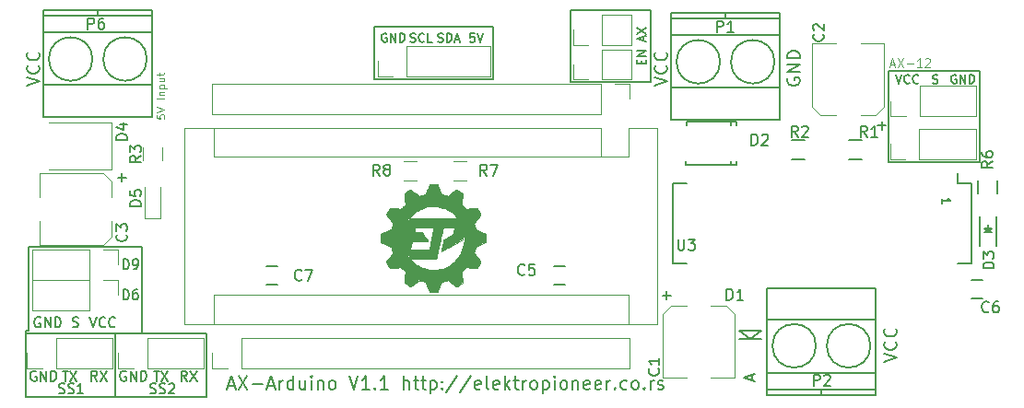
<source format=gto>
G04 #@! TF.FileFunction,Legend,Top*
%FSLAX46Y46*%
G04 Gerber Fmt 4.6, Leading zero omitted, Abs format (unit mm)*
G04 Created by KiCad (PCBNEW 4.0.6+dfsg1-1) date Mon Feb 26 19:32:00 2018*
%MOMM*%
%LPD*%
G01*
G04 APERTURE LIST*
%ADD10C,0.100000*%
%ADD11C,0.175000*%
%ADD12C,0.200000*%
%ADD13C,0.125000*%
%ADD14C,0.120000*%
%ADD15C,0.150000*%
%ADD16C,0.010000*%
G04 APERTURE END LIST*
D10*
D11*
X11915915Y981914D02*
X12044486Y939057D01*
X12258772Y939057D01*
X12344486Y981914D01*
X12387343Y1024771D01*
X12430200Y1110486D01*
X12430200Y1196200D01*
X12387343Y1281914D01*
X12344486Y1324771D01*
X12258772Y1367629D01*
X12087343Y1410486D01*
X12001629Y1453343D01*
X11958772Y1496200D01*
X11915915Y1581914D01*
X11915915Y1667629D01*
X11958772Y1753343D01*
X12001629Y1796200D01*
X12087343Y1839057D01*
X12301629Y1839057D01*
X12430200Y1796200D01*
X12773058Y981914D02*
X12901629Y939057D01*
X13115915Y939057D01*
X13201629Y981914D01*
X13244486Y1024771D01*
X13287343Y1110486D01*
X13287343Y1196200D01*
X13244486Y1281914D01*
X13201629Y1324771D01*
X13115915Y1367629D01*
X12944486Y1410486D01*
X12858772Y1453343D01*
X12815915Y1496200D01*
X12773058Y1581914D01*
X12773058Y1667629D01*
X12815915Y1753343D01*
X12858772Y1796200D01*
X12944486Y1839057D01*
X13158772Y1839057D01*
X13287343Y1796200D01*
X13630201Y1753343D02*
X13673058Y1796200D01*
X13758772Y1839057D01*
X13973058Y1839057D01*
X14058772Y1796200D01*
X14101629Y1753343D01*
X14144486Y1667629D01*
X14144486Y1581914D01*
X14101629Y1453343D01*
X13587343Y939057D01*
X14144486Y939057D01*
X3533915Y981914D02*
X3662486Y939057D01*
X3876772Y939057D01*
X3962486Y981914D01*
X4005343Y1024771D01*
X4048200Y1110486D01*
X4048200Y1196200D01*
X4005343Y1281914D01*
X3962486Y1324771D01*
X3876772Y1367629D01*
X3705343Y1410486D01*
X3619629Y1453343D01*
X3576772Y1496200D01*
X3533915Y1581914D01*
X3533915Y1667629D01*
X3576772Y1753343D01*
X3619629Y1796200D01*
X3705343Y1839057D01*
X3919629Y1839057D01*
X4048200Y1796200D01*
X4391058Y981914D02*
X4519629Y939057D01*
X4733915Y939057D01*
X4819629Y981914D01*
X4862486Y1024771D01*
X4905343Y1110486D01*
X4905343Y1196200D01*
X4862486Y1281914D01*
X4819629Y1324771D01*
X4733915Y1367629D01*
X4562486Y1410486D01*
X4476772Y1453343D01*
X4433915Y1496200D01*
X4391058Y1581914D01*
X4391058Y1667629D01*
X4433915Y1753343D01*
X4476772Y1796200D01*
X4562486Y1839057D01*
X4776772Y1839057D01*
X4905343Y1796200D01*
X5762486Y939057D02*
X5248201Y939057D01*
X5505343Y939057D02*
X5505343Y1839057D01*
X5419629Y1710486D01*
X5333915Y1624771D01*
X5248201Y1581914D01*
X9677486Y2939200D02*
X9591772Y2982057D01*
X9463201Y2982057D01*
X9334629Y2939200D01*
X9248915Y2853486D01*
X9206058Y2767771D01*
X9163201Y2596343D01*
X9163201Y2467771D01*
X9206058Y2296343D01*
X9248915Y2210629D01*
X9334629Y2124914D01*
X9463201Y2082057D01*
X9548915Y2082057D01*
X9677486Y2124914D01*
X9720343Y2167771D01*
X9720343Y2467771D01*
X9548915Y2467771D01*
X10106058Y2082057D02*
X10106058Y2982057D01*
X10620343Y2082057D01*
X10620343Y2982057D01*
X11048915Y2082057D02*
X11048915Y2982057D01*
X11263200Y2982057D01*
X11391772Y2939200D01*
X11477486Y2853486D01*
X11520343Y2767771D01*
X11563200Y2596343D01*
X11563200Y2467771D01*
X11520343Y2296343D01*
X11477486Y2210629D01*
X11391772Y2124914D01*
X11263200Y2082057D01*
X11048915Y2082057D01*
X15293200Y2082057D02*
X14993200Y2510629D01*
X14778915Y2082057D02*
X14778915Y2982057D01*
X15121772Y2982057D01*
X15207486Y2939200D01*
X15250343Y2896343D01*
X15293200Y2810629D01*
X15293200Y2682057D01*
X15250343Y2596343D01*
X15207486Y2553486D01*
X15121772Y2510629D01*
X14778915Y2510629D01*
X15593200Y2982057D02*
X16193200Y2082057D01*
X16193200Y2982057D02*
X15593200Y2082057D01*
X12217486Y2982057D02*
X12731772Y2982057D01*
X12474629Y2082057D02*
X12474629Y2982057D01*
X12946057Y2982057D02*
X13546057Y2082057D01*
X13546057Y2982057D02*
X12946057Y2082057D01*
X7038200Y2082057D02*
X6738200Y2510629D01*
X6523915Y2082057D02*
X6523915Y2982057D01*
X6866772Y2982057D01*
X6952486Y2939200D01*
X6995343Y2896343D01*
X7038200Y2810629D01*
X7038200Y2682057D01*
X6995343Y2596343D01*
X6952486Y2553486D01*
X6866772Y2510629D01*
X6523915Y2510629D01*
X7338200Y2982057D02*
X7938200Y2082057D01*
X7938200Y2982057D02*
X7338200Y2082057D01*
X3835486Y2982057D02*
X4349772Y2982057D01*
X4092629Y2082057D02*
X4092629Y2982057D01*
X4564057Y2982057D02*
X5164057Y2082057D01*
X5164057Y2982057D02*
X4564057Y2082057D01*
X1422486Y2939200D02*
X1336772Y2982057D01*
X1208201Y2982057D01*
X1079629Y2939200D01*
X993915Y2853486D01*
X951058Y2767771D01*
X908201Y2596343D01*
X908201Y2467771D01*
X951058Y2296343D01*
X993915Y2210629D01*
X1079629Y2124914D01*
X1208201Y2082057D01*
X1293915Y2082057D01*
X1422486Y2124914D01*
X1465343Y2167771D01*
X1465343Y2467771D01*
X1293915Y2467771D01*
X1851058Y2082057D02*
X1851058Y2982057D01*
X2365343Y2082057D01*
X2365343Y2982057D01*
X2793915Y2082057D02*
X2793915Y2982057D01*
X3008200Y2982057D01*
X3136772Y2939200D01*
X3222486Y2853486D01*
X3265343Y2767771D01*
X3308200Y2596343D01*
X3308200Y2467771D01*
X3265343Y2296343D01*
X3222486Y2210629D01*
X3136772Y2124914D01*
X3008200Y2082057D01*
X2793915Y2082057D01*
X9444915Y9575057D02*
X9444915Y10475057D01*
X9659200Y10475057D01*
X9787772Y10432200D01*
X9873486Y10346486D01*
X9916343Y10260771D01*
X9959200Y10089343D01*
X9959200Y9960771D01*
X9916343Y9789343D01*
X9873486Y9703629D01*
X9787772Y9617914D01*
X9659200Y9575057D01*
X9444915Y9575057D01*
X10730629Y10475057D02*
X10559200Y10475057D01*
X10473486Y10432200D01*
X10430629Y10389343D01*
X10344915Y10260771D01*
X10302058Y10089343D01*
X10302058Y9746486D01*
X10344915Y9660771D01*
X10387772Y9617914D01*
X10473486Y9575057D01*
X10644915Y9575057D01*
X10730629Y9617914D01*
X10773486Y9660771D01*
X10816343Y9746486D01*
X10816343Y9960771D01*
X10773486Y10046486D01*
X10730629Y10089343D01*
X10644915Y10132200D01*
X10473486Y10132200D01*
X10387772Y10089343D01*
X10344915Y10046486D01*
X10302058Y9960771D01*
X9444915Y12369057D02*
X9444915Y13269057D01*
X9659200Y13269057D01*
X9787772Y13226200D01*
X9873486Y13140486D01*
X9916343Y13054771D01*
X9959200Y12883343D01*
X9959200Y12754771D01*
X9916343Y12583343D01*
X9873486Y12497629D01*
X9787772Y12411914D01*
X9659200Y12369057D01*
X9444915Y12369057D01*
X10387772Y12369057D02*
X10559200Y12369057D01*
X10644915Y12411914D01*
X10687772Y12454771D01*
X10773486Y12583343D01*
X10816343Y12754771D01*
X10816343Y13097629D01*
X10773486Y13183343D01*
X10730629Y13226200D01*
X10644915Y13269057D01*
X10473486Y13269057D01*
X10387772Y13226200D01*
X10344915Y13183343D01*
X10302058Y13097629D01*
X10302058Y12883343D01*
X10344915Y12797629D01*
X10387772Y12754771D01*
X10473486Y12711914D01*
X10644915Y12711914D01*
X10730629Y12754771D01*
X10773486Y12797629D01*
X10816343Y12883343D01*
X6369200Y7935057D02*
X6669200Y7035057D01*
X6969200Y7935057D01*
X7783486Y7120771D02*
X7740629Y7077914D01*
X7612058Y7035057D01*
X7526344Y7035057D01*
X7397772Y7077914D01*
X7312058Y7163629D01*
X7269201Y7249343D01*
X7226344Y7420771D01*
X7226344Y7549343D01*
X7269201Y7720771D01*
X7312058Y7806486D01*
X7397772Y7892200D01*
X7526344Y7935057D01*
X7612058Y7935057D01*
X7740629Y7892200D01*
X7783486Y7849343D01*
X8683486Y7120771D02*
X8640629Y7077914D01*
X8512058Y7035057D01*
X8426344Y7035057D01*
X8297772Y7077914D01*
X8212058Y7163629D01*
X8169201Y7249343D01*
X8126344Y7420771D01*
X8126344Y7549343D01*
X8169201Y7720771D01*
X8212058Y7806486D01*
X8297772Y7892200D01*
X8426344Y7935057D01*
X8512058Y7935057D01*
X8640629Y7892200D01*
X8683486Y7849343D01*
X4772058Y7077914D02*
X4900629Y7035057D01*
X5114915Y7035057D01*
X5200629Y7077914D01*
X5243486Y7120771D01*
X5286343Y7206486D01*
X5286343Y7292200D01*
X5243486Y7377914D01*
X5200629Y7420771D01*
X5114915Y7463629D01*
X4943486Y7506486D01*
X4857772Y7549343D01*
X4814915Y7592200D01*
X4772058Y7677914D01*
X4772058Y7763629D01*
X4814915Y7849343D01*
X4857772Y7892200D01*
X4943486Y7935057D01*
X5157772Y7935057D01*
X5286343Y7892200D01*
X1803486Y7892200D02*
X1717772Y7935057D01*
X1589201Y7935057D01*
X1460629Y7892200D01*
X1374915Y7806486D01*
X1332058Y7720771D01*
X1289201Y7549343D01*
X1289201Y7420771D01*
X1332058Y7249343D01*
X1374915Y7163629D01*
X1460629Y7077914D01*
X1589201Y7035057D01*
X1674915Y7035057D01*
X1803486Y7077914D01*
X1846343Y7120771D01*
X1846343Y7420771D01*
X1674915Y7420771D01*
X2232058Y7035057D02*
X2232058Y7935057D01*
X2746343Y7035057D01*
X2746343Y7935057D01*
X3174915Y7035057D02*
X3174915Y7935057D01*
X3389200Y7935057D01*
X3517772Y7892200D01*
X3603486Y7806486D01*
X3646343Y7720771D01*
X3689200Y7549343D01*
X3689200Y7420771D01*
X3646343Y7249343D01*
X3603486Y7163629D01*
X3517772Y7077914D01*
X3389200Y7035057D01*
X3174915Y7035057D01*
D12*
X8712200Y584200D02*
X8775700Y584200D01*
X8712200Y6426200D02*
X8712200Y584200D01*
X11125200Y6680200D02*
X11125200Y6553200D01*
X584200Y6426200D02*
X584200Y6553200D01*
X17094200Y6426200D02*
X584200Y6426200D01*
X17094200Y584200D02*
X17094200Y6426200D01*
X457200Y584200D02*
X17094200Y584200D01*
X457200Y6680200D02*
X457200Y584200D01*
X711200Y6680200D02*
X457200Y6680200D01*
X711200Y6680200D02*
X711200Y14427200D01*
X11125200Y7061200D02*
X11125200Y6680200D01*
X11125200Y14427200D02*
X11125200Y7061200D01*
X711200Y14427200D02*
X11125200Y14427200D01*
X84613795Y18389628D02*
X84613795Y18846771D01*
X84613795Y18618200D02*
X85413795Y18618200D01*
X85299510Y18694390D01*
X85223319Y18770581D01*
X85185224Y18846771D01*
X19065202Y1654200D02*
X19636631Y1654200D01*
X18950917Y1311343D02*
X19350917Y2511343D01*
X19750917Y1311343D01*
X20036631Y2511343D02*
X20836631Y1311343D01*
X20836631Y2511343D02*
X20036631Y1311343D01*
X21293773Y1768486D02*
X22208059Y1768486D01*
X22722344Y1654200D02*
X23293773Y1654200D01*
X22608059Y1311343D02*
X23008059Y2511343D01*
X23408059Y1311343D01*
X23808058Y1311343D02*
X23808058Y2111343D01*
X23808058Y1882771D02*
X23865201Y1997057D01*
X23922344Y2054200D01*
X24036630Y2111343D01*
X24150915Y2111343D01*
X25065201Y1311343D02*
X25065201Y2511343D01*
X25065201Y1368486D02*
X24950915Y1311343D01*
X24722344Y1311343D01*
X24608058Y1368486D01*
X24550915Y1425629D01*
X24493772Y1539914D01*
X24493772Y1882771D01*
X24550915Y1997057D01*
X24608058Y2054200D01*
X24722344Y2111343D01*
X24950915Y2111343D01*
X25065201Y2054200D01*
X26150915Y2111343D02*
X26150915Y1311343D01*
X25636629Y2111343D02*
X25636629Y1482771D01*
X25693772Y1368486D01*
X25808058Y1311343D01*
X25979486Y1311343D01*
X26093772Y1368486D01*
X26150915Y1425629D01*
X26722343Y1311343D02*
X26722343Y2111343D01*
X26722343Y2511343D02*
X26665200Y2454200D01*
X26722343Y2397057D01*
X26779486Y2454200D01*
X26722343Y2511343D01*
X26722343Y2397057D01*
X27293772Y2111343D02*
X27293772Y1311343D01*
X27293772Y1997057D02*
X27350915Y2054200D01*
X27465201Y2111343D01*
X27636629Y2111343D01*
X27750915Y2054200D01*
X27808058Y1939914D01*
X27808058Y1311343D01*
X28550915Y1311343D02*
X28436629Y1368486D01*
X28379486Y1425629D01*
X28322343Y1539914D01*
X28322343Y1882771D01*
X28379486Y1997057D01*
X28436629Y2054200D01*
X28550915Y2111343D01*
X28722343Y2111343D01*
X28836629Y2054200D01*
X28893772Y1997057D01*
X28950915Y1882771D01*
X28950915Y1539914D01*
X28893772Y1425629D01*
X28836629Y1368486D01*
X28722343Y1311343D01*
X28550915Y1311343D01*
X30208058Y2511343D02*
X30608058Y1311343D01*
X31008058Y2511343D01*
X32036629Y1311343D02*
X31350914Y1311343D01*
X31693772Y1311343D02*
X31693772Y2511343D01*
X31579486Y2339914D01*
X31465200Y2225629D01*
X31350914Y2168486D01*
X32550914Y1425629D02*
X32608057Y1368486D01*
X32550914Y1311343D01*
X32493771Y1368486D01*
X32550914Y1425629D01*
X32550914Y1311343D01*
X33750915Y1311343D02*
X33065200Y1311343D01*
X33408058Y1311343D02*
X33408058Y2511343D01*
X33293772Y2339914D01*
X33179486Y2225629D01*
X33065200Y2168486D01*
X35179486Y1311343D02*
X35179486Y2511343D01*
X35693772Y1311343D02*
X35693772Y1939914D01*
X35636629Y2054200D01*
X35522343Y2111343D01*
X35350915Y2111343D01*
X35236629Y2054200D01*
X35179486Y1997057D01*
X36093772Y2111343D02*
X36550915Y2111343D01*
X36265200Y2511343D02*
X36265200Y1482771D01*
X36322343Y1368486D01*
X36436629Y1311343D01*
X36550915Y1311343D01*
X36779486Y2111343D02*
X37236629Y2111343D01*
X36950914Y2511343D02*
X36950914Y1482771D01*
X37008057Y1368486D01*
X37122343Y1311343D01*
X37236629Y1311343D01*
X37636628Y2111343D02*
X37636628Y911343D01*
X37636628Y2054200D02*
X37750914Y2111343D01*
X37979485Y2111343D01*
X38093771Y2054200D01*
X38150914Y1997057D01*
X38208057Y1882771D01*
X38208057Y1539914D01*
X38150914Y1425629D01*
X38093771Y1368486D01*
X37979485Y1311343D01*
X37750914Y1311343D01*
X37636628Y1368486D01*
X38722342Y1425629D02*
X38779485Y1368486D01*
X38722342Y1311343D01*
X38665199Y1368486D01*
X38722342Y1425629D01*
X38722342Y1311343D01*
X38722342Y2054200D02*
X38779485Y1997057D01*
X38722342Y1939914D01*
X38665199Y1997057D01*
X38722342Y2054200D01*
X38722342Y1939914D01*
X40150914Y2568486D02*
X39122343Y1025629D01*
X41408057Y2568486D02*
X40379486Y1025629D01*
X42265200Y1368486D02*
X42150914Y1311343D01*
X41922343Y1311343D01*
X41808057Y1368486D01*
X41750914Y1482771D01*
X41750914Y1939914D01*
X41808057Y2054200D01*
X41922343Y2111343D01*
X42150914Y2111343D01*
X42265200Y2054200D01*
X42322343Y1939914D01*
X42322343Y1825629D01*
X41750914Y1711343D01*
X43008057Y1311343D02*
X42893771Y1368486D01*
X42836628Y1482771D01*
X42836628Y2511343D01*
X43922342Y1368486D02*
X43808056Y1311343D01*
X43579485Y1311343D01*
X43465199Y1368486D01*
X43408056Y1482771D01*
X43408056Y1939914D01*
X43465199Y2054200D01*
X43579485Y2111343D01*
X43808056Y2111343D01*
X43922342Y2054200D01*
X43979485Y1939914D01*
X43979485Y1825629D01*
X43408056Y1711343D01*
X44493770Y1311343D02*
X44493770Y2511343D01*
X44608056Y1768486D02*
X44950913Y1311343D01*
X44950913Y2111343D02*
X44493770Y1654200D01*
X45293771Y2111343D02*
X45750914Y2111343D01*
X45465199Y2511343D02*
X45465199Y1482771D01*
X45522342Y1368486D01*
X45636628Y1311343D01*
X45750914Y1311343D01*
X46150913Y1311343D02*
X46150913Y2111343D01*
X46150913Y1882771D02*
X46208056Y1997057D01*
X46265199Y2054200D01*
X46379485Y2111343D01*
X46493770Y2111343D01*
X47065199Y1311343D02*
X46950913Y1368486D01*
X46893770Y1425629D01*
X46836627Y1539914D01*
X46836627Y1882771D01*
X46893770Y1997057D01*
X46950913Y2054200D01*
X47065199Y2111343D01*
X47236627Y2111343D01*
X47350913Y2054200D01*
X47408056Y1997057D01*
X47465199Y1882771D01*
X47465199Y1539914D01*
X47408056Y1425629D01*
X47350913Y1368486D01*
X47236627Y1311343D01*
X47065199Y1311343D01*
X47979484Y2111343D02*
X47979484Y911343D01*
X47979484Y2054200D02*
X48093770Y2111343D01*
X48322341Y2111343D01*
X48436627Y2054200D01*
X48493770Y1997057D01*
X48550913Y1882771D01*
X48550913Y1539914D01*
X48493770Y1425629D01*
X48436627Y1368486D01*
X48322341Y1311343D01*
X48093770Y1311343D01*
X47979484Y1368486D01*
X49065198Y1311343D02*
X49065198Y2111343D01*
X49065198Y2511343D02*
X49008055Y2454200D01*
X49065198Y2397057D01*
X49122341Y2454200D01*
X49065198Y2511343D01*
X49065198Y2397057D01*
X49808056Y1311343D02*
X49693770Y1368486D01*
X49636627Y1425629D01*
X49579484Y1539914D01*
X49579484Y1882771D01*
X49636627Y1997057D01*
X49693770Y2054200D01*
X49808056Y2111343D01*
X49979484Y2111343D01*
X50093770Y2054200D01*
X50150913Y1997057D01*
X50208056Y1882771D01*
X50208056Y1539914D01*
X50150913Y1425629D01*
X50093770Y1368486D01*
X49979484Y1311343D01*
X49808056Y1311343D01*
X50722341Y2111343D02*
X50722341Y1311343D01*
X50722341Y1997057D02*
X50779484Y2054200D01*
X50893770Y2111343D01*
X51065198Y2111343D01*
X51179484Y2054200D01*
X51236627Y1939914D01*
X51236627Y1311343D01*
X52265198Y1368486D02*
X52150912Y1311343D01*
X51922341Y1311343D01*
X51808055Y1368486D01*
X51750912Y1482771D01*
X51750912Y1939914D01*
X51808055Y2054200D01*
X51922341Y2111343D01*
X52150912Y2111343D01*
X52265198Y2054200D01*
X52322341Y1939914D01*
X52322341Y1825629D01*
X51750912Y1711343D01*
X53293769Y1368486D02*
X53179483Y1311343D01*
X52950912Y1311343D01*
X52836626Y1368486D01*
X52779483Y1482771D01*
X52779483Y1939914D01*
X52836626Y2054200D01*
X52950912Y2111343D01*
X53179483Y2111343D01*
X53293769Y2054200D01*
X53350912Y1939914D01*
X53350912Y1825629D01*
X52779483Y1711343D01*
X53865197Y1311343D02*
X53865197Y2111343D01*
X53865197Y1882771D02*
X53922340Y1997057D01*
X53979483Y2054200D01*
X54093769Y2111343D01*
X54208054Y2111343D01*
X54608054Y1425629D02*
X54665197Y1368486D01*
X54608054Y1311343D01*
X54550911Y1368486D01*
X54608054Y1425629D01*
X54608054Y1311343D01*
X55693769Y1368486D02*
X55579483Y1311343D01*
X55350912Y1311343D01*
X55236626Y1368486D01*
X55179483Y1425629D01*
X55122340Y1539914D01*
X55122340Y1882771D01*
X55179483Y1997057D01*
X55236626Y2054200D01*
X55350912Y2111343D01*
X55579483Y2111343D01*
X55693769Y2054200D01*
X56379483Y1311343D02*
X56265197Y1368486D01*
X56208054Y1425629D01*
X56150911Y1539914D01*
X56150911Y1882771D01*
X56208054Y1997057D01*
X56265197Y2054200D01*
X56379483Y2111343D01*
X56550911Y2111343D01*
X56665197Y2054200D01*
X56722340Y1997057D01*
X56779483Y1882771D01*
X56779483Y1539914D01*
X56722340Y1425629D01*
X56665197Y1368486D01*
X56550911Y1311343D01*
X56379483Y1311343D01*
X57293768Y1425629D02*
X57350911Y1368486D01*
X57293768Y1311343D01*
X57236625Y1368486D01*
X57293768Y1425629D01*
X57293768Y1311343D01*
X57865197Y1311343D02*
X57865197Y2111343D01*
X57865197Y1882771D02*
X57922340Y1997057D01*
X57979483Y2054200D01*
X58093769Y2111343D01*
X58208054Y2111343D01*
X58550911Y1368486D02*
X58665197Y1311343D01*
X58893769Y1311343D01*
X59008054Y1368486D01*
X59065197Y1482771D01*
X59065197Y1539914D01*
X59008054Y1654200D01*
X58893769Y1711343D01*
X58722340Y1711343D01*
X58608054Y1768486D01*
X58550911Y1882771D01*
X58550911Y1939914D01*
X58608054Y2054200D01*
X58722340Y2111343D01*
X58893769Y2111343D01*
X59008054Y2054200D01*
D13*
X79908629Y31184867D02*
X80289581Y31184867D01*
X79832438Y30956295D02*
X80099105Y31756295D01*
X80365772Y30956295D01*
X80556248Y31756295D02*
X81089581Y30956295D01*
X81089581Y31756295D02*
X80556248Y30956295D01*
X81394343Y31261057D02*
X82003867Y31261057D01*
X82803867Y30956295D02*
X82346724Y30956295D01*
X82575295Y30956295D02*
X82575295Y31756295D01*
X82499105Y31642010D01*
X82422914Y31565819D01*
X82346724Y31527724D01*
X83108629Y31680105D02*
X83146724Y31718200D01*
X83222915Y31756295D01*
X83413391Y31756295D01*
X83489581Y31718200D01*
X83527677Y31680105D01*
X83565772Y31603914D01*
X83565772Y31527724D01*
X83527677Y31413438D01*
X83070534Y30956295D01*
X83565772Y30956295D01*
D12*
X562057Y29210201D02*
X1762057Y29610201D01*
X562057Y30010201D01*
X1647771Y31095915D02*
X1704914Y31038772D01*
X1762057Y30867343D01*
X1762057Y30753057D01*
X1704914Y30581629D01*
X1590629Y30467343D01*
X1476343Y30410200D01*
X1247771Y30353057D01*
X1076343Y30353057D01*
X847771Y30410200D01*
X733486Y30467343D01*
X619200Y30581629D01*
X562057Y30753057D01*
X562057Y30867343D01*
X619200Y31038772D01*
X676343Y31095915D01*
X1647771Y32295915D02*
X1704914Y32238772D01*
X1762057Y32067343D01*
X1762057Y31953057D01*
X1704914Y31781629D01*
X1590629Y31667343D01*
X1476343Y31610200D01*
X1247771Y31553057D01*
X1076343Y31553057D01*
X847771Y31610200D01*
X733486Y31667343D01*
X619200Y31781629D01*
X562057Y31953057D01*
X562057Y32067343D01*
X619200Y32238772D01*
X676343Y32295915D01*
X79302057Y3810201D02*
X80502057Y4210201D01*
X79302057Y4610201D01*
X80387771Y5695915D02*
X80444914Y5638772D01*
X80502057Y5467343D01*
X80502057Y5353057D01*
X80444914Y5181629D01*
X80330629Y5067343D01*
X80216343Y5010200D01*
X79987771Y4953057D01*
X79816343Y4953057D01*
X79587771Y5010200D01*
X79473486Y5067343D01*
X79359200Y5181629D01*
X79302057Y5353057D01*
X79302057Y5467343D01*
X79359200Y5638772D01*
X79416343Y5695915D01*
X80387771Y6895915D02*
X80444914Y6838772D01*
X80502057Y6667343D01*
X80502057Y6553057D01*
X80444914Y6381629D01*
X80330629Y6267343D01*
X80216343Y6210200D01*
X79987771Y6153057D01*
X79816343Y6153057D01*
X79587771Y6210200D01*
X79473486Y6267343D01*
X79359200Y6381629D01*
X79302057Y6553057D01*
X79302057Y6667343D01*
X79359200Y6838772D01*
X79416343Y6895915D01*
X58220057Y29210201D02*
X59420057Y29610201D01*
X58220057Y30010201D01*
X59305771Y31095915D02*
X59362914Y31038772D01*
X59420057Y30867343D01*
X59420057Y30753057D01*
X59362914Y30581629D01*
X59248629Y30467343D01*
X59134343Y30410200D01*
X58905771Y30353057D01*
X58734343Y30353057D01*
X58505771Y30410200D01*
X58391486Y30467343D01*
X58277200Y30581629D01*
X58220057Y30753057D01*
X58220057Y30867343D01*
X58277200Y31038772D01*
X58334343Y31095915D01*
X59305771Y32295915D02*
X59362914Y32238772D01*
X59420057Y32067343D01*
X59420057Y31953057D01*
X59362914Y31781629D01*
X59248629Y31667343D01*
X59134343Y31610200D01*
X58905771Y31553057D01*
X58734343Y31553057D01*
X58505771Y31610200D01*
X58391486Y31667343D01*
X58277200Y31781629D01*
X58220057Y31953057D01*
X58220057Y32067343D01*
X58277200Y32238772D01*
X58334343Y32295915D01*
X70469200Y29895915D02*
X70412057Y29781629D01*
X70412057Y29610200D01*
X70469200Y29438772D01*
X70583486Y29324486D01*
X70697771Y29267343D01*
X70926343Y29210200D01*
X71097771Y29210200D01*
X71326343Y29267343D01*
X71440629Y29324486D01*
X71554914Y29438772D01*
X71612057Y29610200D01*
X71612057Y29724486D01*
X71554914Y29895915D01*
X71497771Y29953058D01*
X71097771Y29953058D01*
X71097771Y29724486D01*
X71612057Y30467343D02*
X70412057Y30467343D01*
X71612057Y31153058D01*
X70412057Y31153058D01*
X71612057Y31724486D02*
X70412057Y31724486D01*
X70412057Y32010201D01*
X70469200Y32181629D01*
X70583486Y32295915D01*
X70697771Y32353058D01*
X70926343Y32410201D01*
X71097771Y32410201D01*
X71326343Y32353058D01*
X71440629Y32295915D01*
X71554914Y32181629D01*
X71612057Y32010201D01*
X71612057Y31724486D01*
X88087200Y30556200D02*
X79705200Y30556200D01*
X88087200Y22174200D02*
X88087200Y30556200D01*
X79705200Y22174200D02*
X88087200Y22174200D01*
X79705200Y30556200D02*
X79705200Y22174200D01*
X85953677Y30194200D02*
X85877486Y30232295D01*
X85763201Y30232295D01*
X85648915Y30194200D01*
X85572724Y30118010D01*
X85534629Y30041819D01*
X85496534Y29889438D01*
X85496534Y29775152D01*
X85534629Y29622771D01*
X85572724Y29546581D01*
X85648915Y29470390D01*
X85763201Y29432295D01*
X85839391Y29432295D01*
X85953677Y29470390D01*
X85991772Y29508486D01*
X85991772Y29775152D01*
X85839391Y29775152D01*
X86334629Y29432295D02*
X86334629Y30232295D01*
X86791772Y29432295D01*
X86791772Y30232295D01*
X87172724Y29432295D02*
X87172724Y30232295D01*
X87363200Y30232295D01*
X87477486Y30194200D01*
X87553677Y30118010D01*
X87591772Y30041819D01*
X87629867Y29889438D01*
X87629867Y29775152D01*
X87591772Y29622771D01*
X87553677Y29546581D01*
X87477486Y29470390D01*
X87363200Y29432295D01*
X87172724Y29432295D01*
X83794629Y29470390D02*
X83908915Y29432295D01*
X84099391Y29432295D01*
X84175581Y29470390D01*
X84213677Y29508486D01*
X84251772Y29584676D01*
X84251772Y29660867D01*
X84213677Y29737057D01*
X84175581Y29775152D01*
X84099391Y29813248D01*
X83947010Y29851343D01*
X83870819Y29889438D01*
X83832724Y29927533D01*
X83794629Y30003724D01*
X83794629Y30079914D01*
X83832724Y30156105D01*
X83870819Y30194200D01*
X83947010Y30232295D01*
X84137486Y30232295D01*
X84251772Y30194200D01*
X80416533Y30232295D02*
X80683200Y29432295D01*
X80949867Y30232295D01*
X81673676Y29508486D02*
X81635581Y29470390D01*
X81521295Y29432295D01*
X81445105Y29432295D01*
X81330819Y29470390D01*
X81254628Y29546581D01*
X81216533Y29622771D01*
X81178438Y29775152D01*
X81178438Y29889438D01*
X81216533Y30041819D01*
X81254628Y30118010D01*
X81330819Y30194200D01*
X81445105Y30232295D01*
X81521295Y30232295D01*
X81635581Y30194200D01*
X81673676Y30156105D01*
X82473676Y29508486D02*
X82435581Y29470390D01*
X82321295Y29432295D01*
X82245105Y29432295D01*
X82130819Y29470390D01*
X82054628Y29546581D01*
X82016533Y29622771D01*
X81978438Y29775152D01*
X81978438Y29889438D01*
X82016533Y30041819D01*
X82054628Y30118010D01*
X82130819Y30194200D01*
X82245105Y30232295D01*
X82321295Y30232295D01*
X82435581Y30194200D01*
X82473676Y30156105D01*
X57042057Y31223152D02*
X57042057Y31489819D01*
X57461105Y31604105D02*
X57461105Y31223152D01*
X56661105Y31223152D01*
X56661105Y31604105D01*
X57461105Y31946962D02*
X56661105Y31946962D01*
X57461105Y32404105D01*
X56661105Y32404105D01*
X57232533Y33356486D02*
X57232533Y33737438D01*
X57461105Y33280295D02*
X56661105Y33546962D01*
X57461105Y33813629D01*
X56661105Y34004105D02*
X57461105Y34537438D01*
X56661105Y34537438D02*
X57461105Y34004105D01*
X50495200Y36144200D02*
X50495200Y29540200D01*
X57861200Y36144200D02*
X50495200Y36144200D01*
X57861200Y29540200D02*
X57861200Y36144200D01*
X50495200Y29540200D02*
X57861200Y29540200D01*
X41706820Y34042295D02*
X41325867Y34042295D01*
X41287772Y33661343D01*
X41325867Y33699438D01*
X41402058Y33737533D01*
X41592534Y33737533D01*
X41668724Y33699438D01*
X41706820Y33661343D01*
X41744915Y33585152D01*
X41744915Y33394676D01*
X41706820Y33318486D01*
X41668724Y33280390D01*
X41592534Y33242295D01*
X41402058Y33242295D01*
X41325867Y33280390D01*
X41287772Y33318486D01*
X41973486Y34042295D02*
X42240153Y33242295D01*
X42506820Y34042295D01*
X38347772Y33280390D02*
X38462058Y33242295D01*
X38652534Y33242295D01*
X38728724Y33280390D01*
X38766820Y33318486D01*
X38804915Y33394676D01*
X38804915Y33470867D01*
X38766820Y33547057D01*
X38728724Y33585152D01*
X38652534Y33623248D01*
X38500153Y33661343D01*
X38423962Y33699438D01*
X38385867Y33737533D01*
X38347772Y33813724D01*
X38347772Y33889914D01*
X38385867Y33966105D01*
X38423962Y34004200D01*
X38500153Y34042295D01*
X38690629Y34042295D01*
X38804915Y34004200D01*
X39147772Y33242295D02*
X39147772Y34042295D01*
X39338248Y34042295D01*
X39452534Y34004200D01*
X39528725Y33928010D01*
X39566820Y33851819D01*
X39604915Y33699438D01*
X39604915Y33585152D01*
X39566820Y33432771D01*
X39528725Y33356581D01*
X39452534Y33280390D01*
X39338248Y33242295D01*
X39147772Y33242295D01*
X39909677Y33470867D02*
X40290629Y33470867D01*
X39833486Y33242295D02*
X40100153Y34042295D01*
X40366820Y33242295D01*
X35826819Y33280390D02*
X35941105Y33242295D01*
X36131581Y33242295D01*
X36207771Y33280390D01*
X36245867Y33318486D01*
X36283962Y33394676D01*
X36283962Y33470867D01*
X36245867Y33547057D01*
X36207771Y33585152D01*
X36131581Y33623248D01*
X35979200Y33661343D01*
X35903009Y33699438D01*
X35864914Y33737533D01*
X35826819Y33813724D01*
X35826819Y33889914D01*
X35864914Y33966105D01*
X35903009Y34004200D01*
X35979200Y34042295D01*
X36169676Y34042295D01*
X36283962Y34004200D01*
X37083962Y33318486D02*
X37045867Y33280390D01*
X36931581Y33242295D01*
X36855391Y33242295D01*
X36741105Y33280390D01*
X36664914Y33356581D01*
X36626819Y33432771D01*
X36588724Y33585152D01*
X36588724Y33699438D01*
X36626819Y33851819D01*
X36664914Y33928010D01*
X36741105Y34004200D01*
X36855391Y34042295D01*
X36931581Y34042295D01*
X37045867Y34004200D01*
X37083962Y33966105D01*
X37807772Y33242295D02*
X37426819Y33242295D01*
X37426819Y34042295D01*
X33629677Y34004200D02*
X33553486Y34042295D01*
X33439201Y34042295D01*
X33324915Y34004200D01*
X33248724Y33928010D01*
X33210629Y33851819D01*
X33172534Y33699438D01*
X33172534Y33585152D01*
X33210629Y33432771D01*
X33248724Y33356581D01*
X33324915Y33280390D01*
X33439201Y33242295D01*
X33515391Y33242295D01*
X33629677Y33280390D01*
X33667772Y33318486D01*
X33667772Y33585152D01*
X33515391Y33585152D01*
X34010629Y33242295D02*
X34010629Y34042295D01*
X34467772Y33242295D01*
X34467772Y34042295D01*
X34848724Y33242295D02*
X34848724Y34042295D01*
X35039200Y34042295D01*
X35153486Y34004200D01*
X35229677Y33928010D01*
X35267772Y33851819D01*
X35305867Y33699438D01*
X35305867Y33585152D01*
X35267772Y33432771D01*
X35229677Y33356581D01*
X35153486Y33280390D01*
X35039200Y33242295D01*
X34848724Y33242295D01*
X32461200Y34620200D02*
X32461200Y29794200D01*
X43383200Y34620200D02*
X32461200Y34620200D01*
X43383200Y29794200D02*
X43383200Y34620200D01*
X32461200Y29794200D02*
X43383200Y29794200D01*
D13*
X12519867Y26553534D02*
X12519867Y26220201D01*
X12853200Y26186867D01*
X12819867Y26220201D01*
X12786533Y26286867D01*
X12786533Y26453534D01*
X12819867Y26520201D01*
X12853200Y26553534D01*
X12919867Y26586867D01*
X13086533Y26586867D01*
X13153200Y26553534D01*
X13186533Y26520201D01*
X13219867Y26453534D01*
X13219867Y26286867D01*
X13186533Y26220201D01*
X13153200Y26186867D01*
X12519867Y26786868D02*
X13219867Y27020201D01*
X12519867Y27253534D01*
X13219867Y28020201D02*
X12519867Y28020201D01*
X12753200Y28353534D02*
X13219867Y28353534D01*
X12819867Y28353534D02*
X12786533Y28386867D01*
X12753200Y28453534D01*
X12753200Y28553534D01*
X12786533Y28620200D01*
X12853200Y28653534D01*
X13219867Y28653534D01*
X12753200Y28986867D02*
X13453200Y28986867D01*
X12786533Y28986867D02*
X12753200Y29053533D01*
X12753200Y29186867D01*
X12786533Y29253533D01*
X12819867Y29286867D01*
X12886533Y29320200D01*
X13086533Y29320200D01*
X13153200Y29286867D01*
X13186533Y29253533D01*
X13219867Y29186867D01*
X13219867Y29053533D01*
X13186533Y28986867D01*
X12753200Y29920200D02*
X13219867Y29920200D01*
X12753200Y29620200D02*
X13119867Y29620200D01*
X13186533Y29653533D01*
X13219867Y29720200D01*
X13219867Y29820200D01*
X13186533Y29886866D01*
X13153200Y29920200D01*
X12753200Y30153533D02*
X12753200Y30420199D01*
X12519867Y30253533D02*
X13119867Y30253533D01*
X13186533Y30286866D01*
X13219867Y30353533D01*
X13219867Y30420199D01*
D14*
X3251200Y3258200D02*
X8451200Y3258200D01*
X8451200Y3258200D02*
X8451200Y6038200D01*
X8451200Y6038200D02*
X3251200Y6038200D01*
X3251200Y6038200D02*
X3251200Y3258200D01*
X1981200Y3258200D02*
X591200Y3258200D01*
X591200Y3258200D02*
X591200Y4648200D01*
X53289200Y22682200D02*
X55829200Y22682200D01*
X55829200Y22682200D02*
X55829200Y25352200D01*
X53289200Y25352200D02*
X15059200Y25352200D01*
X58499200Y25352200D02*
X55829200Y25352200D01*
X55829200Y9982200D02*
X55829200Y7312200D01*
X55829200Y9982200D02*
X17729200Y9982200D01*
X17729200Y9982200D02*
X17729200Y7312200D01*
X53289200Y22682200D02*
X53289200Y25352200D01*
X53289200Y22682200D02*
X17729200Y22682200D01*
X17729200Y22682200D02*
X17729200Y25352200D01*
X15059200Y25352200D02*
X15059200Y7312200D01*
X15059200Y7312200D02*
X58499200Y7312200D01*
X58499200Y7312200D02*
X58499200Y25352200D01*
D15*
X49979200Y12610200D02*
X48979200Y12610200D01*
X48979200Y10910200D02*
X49979200Y10910200D01*
X88333200Y11340200D02*
X87333200Y11340200D01*
X87333200Y9640200D02*
X88333200Y9640200D01*
X22563200Y10910200D02*
X23563200Y10910200D01*
X23563200Y12610200D02*
X22563200Y12610200D01*
X67005200Y5918200D02*
X68021200Y6680200D01*
X67005200Y5918200D02*
X65989200Y6680200D01*
X65989200Y5918200D02*
X68021200Y5918200D01*
X65989200Y6680200D02*
X68021200Y6680200D01*
X65755520Y25752200D02*
X65755520Y25552400D01*
X65298480Y25702200D02*
X65298480Y25553200D01*
X61153040Y25752200D02*
X61153040Y25603200D01*
X65750440Y22152200D02*
X65750440Y22301200D01*
X65298480Y22152200D02*
X65298480Y22301200D01*
X61147960Y22152200D02*
X61147960Y22301200D01*
X65298480Y25901180D02*
X65298480Y25703060D01*
X65298480Y21953220D02*
X65298480Y22151340D01*
X61153040Y25948640D02*
X61153040Y25750520D01*
X65755520Y25948640D02*
X61153040Y25948640D01*
X65755520Y25948640D02*
X65755520Y25750520D01*
X65750440Y21953220D02*
X65750440Y22151340D01*
X65750440Y21953220D02*
X61147960Y21953220D01*
X61147960Y21953220D02*
X61147960Y22151340D01*
X76057200Y24192200D02*
X77257200Y24192200D01*
X77257200Y22442200D02*
X76057200Y22442200D01*
X70850200Y24192200D02*
X72050200Y24192200D01*
X72050200Y22442200D02*
X70850200Y22442200D01*
X87334200Y20261200D02*
X86064200Y20261200D01*
X87334200Y12911200D02*
X86064200Y12911200D01*
X59884200Y12911200D02*
X61154200Y12911200D01*
X59884200Y20261200D02*
X61154200Y20261200D01*
X87334200Y20261200D02*
X87334200Y12911200D01*
X59884200Y20261200D02*
X59884200Y12911200D01*
X86064200Y20261200D02*
X86064200Y21196200D01*
X89599200Y14478200D02*
X89599200Y17178200D01*
X88099200Y14478200D02*
X88099200Y17178200D01*
X88999200Y15978200D02*
X88749200Y15978200D01*
X88749200Y15978200D02*
X88899200Y15828200D01*
X88499200Y15728200D02*
X89199200Y15728200D01*
X88849200Y16078200D02*
X88849200Y16428200D01*
X88849200Y15728200D02*
X88499200Y16078200D01*
X88499200Y16078200D02*
X89199200Y16078200D01*
X89199200Y16078200D02*
X88849200Y15728200D01*
X87974200Y19288200D02*
X87974200Y20488200D01*
X89724200Y20488200D02*
X89724200Y19288200D01*
D14*
X53441600Y32976200D02*
X56101600Y32976200D01*
X56101600Y32976200D02*
X56101600Y35756200D01*
X56101600Y35756200D02*
X53441600Y35756200D01*
X53441600Y35756200D02*
X53441600Y32976200D01*
X52171600Y32976200D02*
X50781600Y32976200D01*
X50781600Y32976200D02*
X50781600Y34366200D01*
X53441600Y29775800D02*
X56101600Y29775800D01*
X56101600Y29775800D02*
X56101600Y32555800D01*
X56101600Y32555800D02*
X53441600Y32555800D01*
X53441600Y32555800D02*
X53441600Y29775800D01*
X52171600Y29775800D02*
X50781600Y29775800D01*
X50781600Y29775800D02*
X50781600Y31165800D01*
X39735200Y22292200D02*
X40935200Y22292200D01*
X40935200Y20532200D02*
X39735200Y20532200D01*
X36363200Y20532200D02*
X35163200Y20532200D01*
X35163200Y22292200D02*
X36363200Y22292200D01*
X59006200Y2364200D02*
X61186200Y2364200D01*
X65606200Y2364200D02*
X63426200Y2364200D01*
X59766200Y8964200D02*
X61186200Y8964200D01*
X64846200Y8964200D02*
X63426200Y8964200D01*
X59006200Y2364200D02*
X59006200Y8204200D01*
X59006200Y8204200D02*
X59766200Y8964200D01*
X64846200Y8964200D02*
X65606200Y8204200D01*
X65606200Y8204200D02*
X65606200Y2364200D01*
X79347600Y33145000D02*
X77167600Y33145000D01*
X72747600Y33145000D02*
X74927600Y33145000D01*
X78587600Y26545000D02*
X77167600Y26545000D01*
X73507600Y26545000D02*
X74927600Y26545000D01*
X79347600Y33145000D02*
X79347600Y27305000D01*
X79347600Y27305000D02*
X78587600Y26545000D01*
X73507600Y26545000D02*
X72747600Y27305000D01*
X72747600Y27305000D02*
X72747600Y33145000D01*
X1729200Y21156200D02*
X1729200Y18976200D01*
X1729200Y14556200D02*
X1729200Y16736200D01*
X8329200Y20396200D02*
X8329200Y18976200D01*
X8329200Y15316200D02*
X8329200Y16736200D01*
X1729200Y21156200D02*
X7569200Y21156200D01*
X7569200Y21156200D02*
X8329200Y20396200D01*
X8329200Y15316200D02*
X7569200Y14556200D01*
X7569200Y14556200D02*
X1729200Y14556200D01*
X82600800Y26423000D02*
X87800800Y26423000D01*
X87800800Y26423000D02*
X87800800Y29203000D01*
X87800800Y29203000D02*
X82600800Y29203000D01*
X82600800Y29203000D02*
X82600800Y26423000D01*
X81330800Y26423000D02*
X79940800Y26423000D01*
X79940800Y26423000D02*
X79940800Y27813000D01*
X82550000Y22460600D02*
X87750000Y22460600D01*
X87750000Y22460600D02*
X87750000Y25240600D01*
X87750000Y25240600D02*
X82550000Y25240600D01*
X82550000Y25240600D02*
X82550000Y22460600D01*
X81280000Y22460600D02*
X79890000Y22460600D01*
X79890000Y22460600D02*
X79890000Y23850600D01*
X6299200Y11372200D02*
X1099200Y11372200D01*
X1099200Y11372200D02*
X1099200Y8592200D01*
X1099200Y8592200D02*
X6299200Y8592200D01*
X6299200Y8592200D02*
X6299200Y11372200D01*
X7569200Y11372200D02*
X8959200Y11372200D01*
X8959200Y11372200D02*
X8959200Y9982200D01*
X53289200Y29406200D02*
X17609200Y29406200D01*
X17609200Y29406200D02*
X17609200Y26626200D01*
X17609200Y26626200D02*
X53289200Y26626200D01*
X53289200Y26626200D02*
X53289200Y29406200D01*
X54559200Y29406200D02*
X55949200Y29406200D01*
X55949200Y29406200D02*
X55949200Y28016200D01*
X20269200Y3258200D02*
X55949200Y3258200D01*
X55949200Y3258200D02*
X55949200Y6038200D01*
X55949200Y6038200D02*
X20269200Y6038200D01*
X20269200Y6038200D02*
X20269200Y3258200D01*
X18999200Y3258200D02*
X17609200Y3258200D01*
X17609200Y3258200D02*
X17609200Y4648200D01*
X35458400Y30080600D02*
X43198400Y30080600D01*
X43198400Y30080600D02*
X43198400Y32860600D01*
X43198400Y32860600D02*
X35458400Y32860600D01*
X35458400Y32860600D02*
X35458400Y30080600D01*
X34188400Y30080600D02*
X32798400Y30080600D01*
X32798400Y30080600D02*
X32798400Y31470600D01*
X6299200Y14166200D02*
X1099200Y14166200D01*
X1099200Y14166200D02*
X1099200Y11386200D01*
X1099200Y11386200D02*
X6299200Y11386200D01*
X6299200Y11386200D02*
X6299200Y14166200D01*
X7569200Y14166200D02*
X8959200Y14166200D01*
X8959200Y14166200D02*
X8959200Y12776200D01*
D15*
X64759200Y35418200D02*
X64759200Y35918200D01*
X64259200Y31418200D02*
G75*
G03X64259200Y31418200I-2000000J0D01*
G01*
X69259200Y31418200D02*
G75*
G03X69259200Y31418200I-2000000J0D01*
G01*
X69759200Y33918200D02*
X59759200Y33918200D01*
X69759200Y29018200D02*
X59759200Y29018200D01*
X69759200Y35418200D02*
X59759200Y35418200D01*
X69759200Y35918200D02*
X59759200Y35918200D01*
X59759200Y35918200D02*
X59759200Y26118200D01*
X59759200Y26118200D02*
X69759200Y26118200D01*
X69759200Y26118200D02*
X69759200Y35918200D01*
X73569200Y1310200D02*
X73569200Y810200D01*
X78069200Y5310200D02*
G75*
G03X78069200Y5310200I-2000000J0D01*
G01*
X73069200Y5310200D02*
G75*
G03X73069200Y5310200I-2000000J0D01*
G01*
X68569200Y2810200D02*
X78569200Y2810200D01*
X68569200Y7710200D02*
X78569200Y7710200D01*
X68569200Y1310200D02*
X78569200Y1310200D01*
X68569200Y810200D02*
X78569200Y810200D01*
X78569200Y810200D02*
X78569200Y10610200D01*
X78569200Y10610200D02*
X68569200Y10610200D01*
X68569200Y10610200D02*
X68569200Y810200D01*
X7101200Y35672200D02*
X7101200Y36172200D01*
X6601200Y31672200D02*
G75*
G03X6601200Y31672200I-2000000J0D01*
G01*
X11601200Y31672200D02*
G75*
G03X11601200Y31672200I-2000000J0D01*
G01*
X12101200Y34172200D02*
X2101200Y34172200D01*
X12101200Y29272200D02*
X2101200Y29272200D01*
X12101200Y35672200D02*
X2101200Y35672200D01*
X12101200Y36172200D02*
X2101200Y36172200D01*
X2101200Y36172200D02*
X2101200Y26372200D01*
X2101200Y26372200D02*
X12101200Y26372200D01*
X12101200Y26372200D02*
X12101200Y36172200D01*
D14*
X11633200Y3258200D02*
X16833200Y3258200D01*
X16833200Y3258200D02*
X16833200Y6038200D01*
X16833200Y6038200D02*
X11633200Y6038200D01*
X11633200Y6038200D02*
X11633200Y3258200D01*
X10363200Y3258200D02*
X8973200Y3258200D01*
X8973200Y3258200D02*
X8973200Y4648200D01*
X8325200Y21548200D02*
X8325200Y25848200D01*
X8325200Y25848200D02*
X2625200Y25848200D01*
X8325200Y21548200D02*
X2625200Y21548200D01*
X11441200Y17072200D02*
X12841200Y17072200D01*
X12841200Y17072200D02*
X12841200Y19872200D01*
X11441200Y17072200D02*
X11441200Y19872200D01*
X11261200Y22336200D02*
X11261200Y23536200D01*
X13021200Y23536200D02*
X13021200Y22336200D01*
D16*
G36*
X38030552Y20185392D02*
X38108222Y20184982D01*
X38175638Y20184320D01*
X38227991Y20183407D01*
X38260471Y20182243D01*
X38268879Y20181225D01*
X38275275Y20167698D01*
X38291518Y20131168D01*
X38316328Y20074572D01*
X38348427Y20000844D01*
X38386538Y19912921D01*
X38429382Y19813736D01*
X38473422Y19711477D01*
X38519590Y19604271D01*
X38562239Y19505506D01*
X38600092Y19418121D01*
X38631871Y19345057D01*
X38656296Y19289251D01*
X38672090Y19253644D01*
X38677937Y19241203D01*
X38692651Y19236084D01*
X38728818Y19226230D01*
X38780393Y19213236D01*
X38820845Y19203499D01*
X38900721Y19183280D01*
X38991114Y19158370D01*
X39075859Y19133272D01*
X39097871Y19126345D01*
X39236375Y19081952D01*
X39643780Y19387274D01*
X39751013Y19467494D01*
X39838084Y19532177D01*
X39907314Y19582844D01*
X39961021Y19621019D01*
X40001526Y19648226D01*
X40031148Y19665989D01*
X40052207Y19675831D01*
X40067022Y19679275D01*
X40077912Y19677845D01*
X40082851Y19675650D01*
X40104180Y19663528D01*
X40145623Y19639375D01*
X40203056Y19605615D01*
X40272357Y19564674D01*
X40349403Y19518979D01*
X40371731Y19505705D01*
X40628946Y19352706D01*
X40622617Y19299425D01*
X40619670Y19272706D01*
X40614254Y19221691D01*
X40606763Y19150162D01*
X40597588Y19061900D01*
X40587126Y18960685D01*
X40575768Y18850298D01*
X40568632Y18780702D01*
X40520975Y18315260D01*
X40687735Y18145702D01*
X40746582Y18085642D01*
X40801457Y18029219D01*
X40847994Y17980954D01*
X40881826Y17945370D01*
X40894709Y17931433D01*
X40934922Y17886721D01*
X41433804Y17942903D01*
X41549103Y17955757D01*
X41655180Y17967334D01*
X41748860Y17977304D01*
X41826966Y17985341D01*
X41886325Y17991118D01*
X41923760Y17994308D01*
X41936113Y17994670D01*
X41943660Y17981632D01*
X41963009Y17947393D01*
X41992225Y17895405D01*
X42029368Y17829117D01*
X42072504Y17751981D01*
X42103249Y17696922D01*
X42266957Y17403589D01*
X42016397Y17047811D01*
X41951719Y16955905D01*
X41890199Y16868359D01*
X41834303Y16788691D01*
X41786495Y16720417D01*
X41749239Y16667055D01*
X41725000Y16632121D01*
X41720419Y16625443D01*
X41675002Y16558853D01*
X41713139Y16427887D01*
X41733088Y16355928D01*
X41755496Y16269696D01*
X41776952Y16182522D01*
X41787599Y16136859D01*
X41823922Y15976796D01*
X42748200Y15552066D01*
X42748200Y14868780D01*
X42286061Y14656102D01*
X41823922Y14443425D01*
X41787599Y14283618D01*
X41768233Y14202021D01*
X41745938Y14113622D01*
X41724134Y14031781D01*
X41713139Y13992846D01*
X41675002Y13861880D01*
X41720419Y13795290D01*
X41740002Y13766954D01*
X41773385Y13719071D01*
X41818105Y13655158D01*
X41871696Y13578732D01*
X41931694Y13493310D01*
X41995635Y13402409D01*
X42016397Y13372922D01*
X42266957Y13017144D01*
X42103249Y12723811D01*
X42057227Y12641417D01*
X42015922Y12567600D01*
X41981272Y12505810D01*
X41955213Y12459499D01*
X41939681Y12432115D01*
X41936139Y12426088D01*
X41921837Y12426592D01*
X41882672Y12429976D01*
X41821817Y12435915D01*
X41742449Y12444082D01*
X41647741Y12454151D01*
X41540869Y12465796D01*
X41433829Y12477700D01*
X40934922Y12533700D01*
X40894709Y12489145D01*
X40871199Y12463999D01*
X40832216Y12423299D01*
X40782125Y12371563D01*
X40725294Y12313309D01*
X40687735Y12275031D01*
X40520975Y12105474D01*
X40568632Y11640031D01*
X40580340Y11525934D01*
X40591391Y11418722D01*
X40601392Y11322177D01*
X40609948Y11240078D01*
X40616666Y11176209D01*
X40621153Y11134348D01*
X40622617Y11121308D01*
X40628946Y11068027D01*
X40371731Y10915029D01*
X40293260Y10868439D01*
X40221382Y10825927D01*
X40160221Y10789919D01*
X40113900Y10762840D01*
X40086543Y10747116D01*
X40082851Y10745084D01*
X40073094Y10741700D01*
X40060634Y10742389D01*
X40043150Y10748674D01*
X40018323Y10762079D01*
X39983834Y10784127D01*
X39937363Y10816341D01*
X39876591Y10860245D01*
X39799197Y10917362D01*
X39702863Y10989216D01*
X39643780Y11033459D01*
X39236375Y11338781D01*
X39097871Y11294389D01*
X39018001Y11270117D01*
X38927609Y11244676D01*
X38842859Y11222568D01*
X38820845Y11217234D01*
X38762298Y11203023D01*
X38715080Y11190876D01*
X38685239Y11182387D01*
X38677968Y11179530D01*
X38671587Y11165878D01*
X38655363Y11129227D01*
X38630574Y11072519D01*
X38598499Y10998696D01*
X38560415Y10910697D01*
X38517600Y10811463D01*
X38473744Y10709547D01*
X38427614Y10602381D01*
X38384986Y10503670D01*
X38347139Y10416354D01*
X38315355Y10343372D01*
X38290911Y10287662D01*
X38275088Y10252163D01*
X38269209Y10239838D01*
X38253853Y10237892D01*
X38215136Y10236181D01*
X38157920Y10234731D01*
X38087065Y10233564D01*
X38007432Y10232707D01*
X37923881Y10232183D01*
X37841274Y10232017D01*
X37764471Y10232235D01*
X37698333Y10232860D01*
X37647721Y10233917D01*
X37617496Y10235431D01*
X37611259Y10236505D01*
X37603123Y10250742D01*
X37585258Y10287980D01*
X37558994Y10345255D01*
X37525662Y10419600D01*
X37486591Y10508053D01*
X37443110Y10607647D01*
X37399213Y10709227D01*
X37353044Y10816436D01*
X37310393Y10915205D01*
X37272538Y11002593D01*
X37240758Y11075662D01*
X37216331Y11131472D01*
X37200534Y11167083D01*
X37194685Y11179530D01*
X37179972Y11184649D01*
X37143804Y11194503D01*
X37092230Y11207497D01*
X37051777Y11217234D01*
X36971901Y11237453D01*
X36881508Y11262363D01*
X36796763Y11287461D01*
X36774752Y11294389D01*
X36636248Y11338781D01*
X36228842Y11033459D01*
X36121610Y10953239D01*
X36034538Y10888557D01*
X35965309Y10837890D01*
X35911601Y10799714D01*
X35871096Y10772507D01*
X35841474Y10754744D01*
X35820416Y10744902D01*
X35805601Y10741458D01*
X35794711Y10742889D01*
X35789771Y10745084D01*
X35768443Y10757205D01*
X35727000Y10781358D01*
X35669566Y10815118D01*
X35600265Y10856059D01*
X35523220Y10901754D01*
X35500892Y10915029D01*
X35243677Y11068027D01*
X35250005Y11121308D01*
X35252952Y11148027D01*
X35258368Y11199042D01*
X35265860Y11270571D01*
X35275034Y11358834D01*
X35285497Y11460048D01*
X35296855Y11570435D01*
X35303991Y11640031D01*
X35351648Y12105474D01*
X35184887Y12275031D01*
X35126041Y12335092D01*
X35071165Y12391515D01*
X35024628Y12439779D01*
X34990797Y12475363D01*
X34977913Y12489301D01*
X34937700Y12534012D01*
X34438819Y12477830D01*
X34323519Y12464976D01*
X34217442Y12453400D01*
X34123763Y12443429D01*
X34045656Y12435392D01*
X33986298Y12429615D01*
X33948863Y12426425D01*
X33936509Y12426063D01*
X33928963Y12439101D01*
X33909613Y12473340D01*
X33880398Y12525328D01*
X33843254Y12591616D01*
X33800119Y12668752D01*
X33769374Y12723811D01*
X33605666Y13017144D01*
X33856226Y13372922D01*
X33920904Y13464828D01*
X33982423Y13552374D01*
X34038319Y13632042D01*
X34086127Y13700316D01*
X34123383Y13753678D01*
X34147622Y13788612D01*
X34152204Y13795290D01*
X34197621Y13861880D01*
X34159484Y13992846D01*
X34139535Y14064805D01*
X34117127Y14151037D01*
X34095671Y14238212D01*
X34085023Y14283874D01*
X34048700Y14443937D01*
X33124422Y14868667D01*
X33124422Y15210367D01*
X35114089Y15210367D01*
X35118653Y15008920D01*
X35133277Y14825487D01*
X35159355Y14651221D01*
X35198285Y14477277D01*
X35251460Y14294808D01*
X35265201Y14252667D01*
X35367958Y13986514D01*
X35494990Y13733137D01*
X35645003Y13494244D01*
X35816704Y13271545D01*
X36008802Y13066746D01*
X36220002Y12881557D01*
X36405256Y12746387D01*
X36503427Y12685496D01*
X36619477Y12621249D01*
X36744979Y12557759D01*
X36871506Y12499138D01*
X36990629Y12449499D01*
X37078398Y12417886D01*
X37211783Y12378698D01*
X37356165Y12343545D01*
X37499112Y12315195D01*
X37620281Y12297310D01*
X37701363Y12290613D01*
X37801662Y12286422D01*
X37912286Y12284739D01*
X38024343Y12285568D01*
X38128938Y12288912D01*
X38217180Y12294775D01*
X38239597Y12297079D01*
X38496243Y12338271D01*
X38742558Y12402577D01*
X38984422Y12491734D01*
X39142811Y12564220D01*
X39313451Y12653845D01*
X39466485Y12747333D01*
X39612376Y12851520D01*
X39738116Y12953203D01*
X39941195Y13143612D01*
X40124317Y13353087D01*
X40286528Y13579828D01*
X40426874Y13822033D01*
X40544400Y14077903D01*
X40638151Y14345637D01*
X40707172Y14623434D01*
X40743753Y14850163D01*
X40748869Y14906508D01*
X40753218Y14982911D01*
X40756464Y15071212D01*
X40758272Y15163248D01*
X40758534Y15210367D01*
X40753969Y15411813D01*
X40739346Y15595246D01*
X40713267Y15769512D01*
X40674338Y15943456D01*
X40621162Y16125925D01*
X40607421Y16168066D01*
X40504664Y16434219D01*
X40377633Y16687596D01*
X40227620Y16926489D01*
X40055918Y17149189D01*
X39863821Y17353987D01*
X39652621Y17539176D01*
X39467367Y17674346D01*
X39369692Y17734942D01*
X39254192Y17798925D01*
X39129253Y17862200D01*
X39003260Y17920674D01*
X38884601Y17970251D01*
X38795171Y18002533D01*
X38525891Y18075526D01*
X38252508Y18120945D01*
X37976932Y18138789D01*
X37701076Y18129060D01*
X37426849Y18091756D01*
X37156162Y18026879D01*
X37077451Y18002533D01*
X36971735Y17963827D01*
X36851505Y17912719D01*
X36725148Y17853304D01*
X36601050Y17789675D01*
X36487596Y17725927D01*
X36405256Y17674346D01*
X36179451Y17506392D01*
X35971696Y17317438D01*
X35783284Y17109190D01*
X35615506Y16883359D01*
X35469657Y16641651D01*
X35347030Y16385776D01*
X35265201Y16168066D01*
X35208706Y15982536D01*
X35166764Y15807476D01*
X35137980Y15634040D01*
X35120957Y15453381D01*
X35114301Y15256654D01*
X35114089Y15210367D01*
X33124422Y15210367D01*
X33124422Y15552066D01*
X34048700Y15976796D01*
X34085023Y16136859D01*
X34104370Y16218485D01*
X34126642Y16306888D01*
X34148431Y16388735D01*
X34159484Y16427887D01*
X34197621Y16558853D01*
X34152204Y16625443D01*
X34132621Y16653779D01*
X34099237Y16701662D01*
X34054518Y16765575D01*
X34000927Y16842001D01*
X33940928Y16927423D01*
X33876988Y17018324D01*
X33856226Y17047811D01*
X33605666Y17403589D01*
X33769374Y17696922D01*
X33815397Y17779318D01*
X33856705Y17853139D01*
X33891360Y17914933D01*
X33917425Y17961250D01*
X33932963Y17988640D01*
X33936509Y17994670D01*
X33950816Y17994168D01*
X33989985Y17990775D01*
X34050843Y17984819D01*
X34130213Y17976627D01*
X34224920Y17966526D01*
X34331790Y17954844D01*
X34438819Y17942903D01*
X34937700Y17886721D01*
X34977913Y17931433D01*
X35001425Y17956633D01*
X35040412Y17997381D01*
X35090507Y18049155D01*
X35147342Y18107434D01*
X35184887Y18145702D01*
X35351648Y18315260D01*
X35303991Y18780702D01*
X35292282Y18894799D01*
X35281231Y19002011D01*
X35271231Y19098557D01*
X35262675Y19180655D01*
X35255957Y19244525D01*
X35251470Y19286385D01*
X35250005Y19299425D01*
X35243677Y19352706D01*
X35500892Y19505705D01*
X35579363Y19552294D01*
X35651240Y19594806D01*
X35712401Y19630814D01*
X35758722Y19657893D01*
X35786080Y19673617D01*
X35789771Y19675650D01*
X35799528Y19679033D01*
X35811989Y19678344D01*
X35829473Y19672059D01*
X35854299Y19658654D01*
X35888788Y19636607D01*
X35935259Y19604392D01*
X35996032Y19560488D01*
X36073426Y19503371D01*
X36169760Y19431517D01*
X36228842Y19387274D01*
X36636248Y19081952D01*
X36774752Y19126345D01*
X36854621Y19150616D01*
X36945014Y19176057D01*
X37029763Y19198165D01*
X37051777Y19203499D01*
X37110329Y19217710D01*
X37157555Y19229858D01*
X37187407Y19238347D01*
X37194685Y19241203D01*
X37201076Y19254854D01*
X37217316Y19291502D01*
X37242125Y19348207D01*
X37274226Y19422030D01*
X37312340Y19510031D01*
X37355188Y19609270D01*
X37399200Y19711477D01*
X37445364Y19818658D01*
X37488012Y19917374D01*
X37525866Y20004690D01*
X37557648Y20077671D01*
X37582080Y20133380D01*
X37597884Y20168884D01*
X37603744Y20181225D01*
X37618528Y20182574D01*
X37656724Y20183673D01*
X37713522Y20184519D01*
X37784113Y20185115D01*
X37863688Y20185458D01*
X37947438Y20185551D01*
X38030552Y20185392D01*
X38030552Y20185392D01*
G37*
X38030552Y20185392D02*
X38108222Y20184982D01*
X38175638Y20184320D01*
X38227991Y20183407D01*
X38260471Y20182243D01*
X38268879Y20181225D01*
X38275275Y20167698D01*
X38291518Y20131168D01*
X38316328Y20074572D01*
X38348427Y20000844D01*
X38386538Y19912921D01*
X38429382Y19813736D01*
X38473422Y19711477D01*
X38519590Y19604271D01*
X38562239Y19505506D01*
X38600092Y19418121D01*
X38631871Y19345057D01*
X38656296Y19289251D01*
X38672090Y19253644D01*
X38677937Y19241203D01*
X38692651Y19236084D01*
X38728818Y19226230D01*
X38780393Y19213236D01*
X38820845Y19203499D01*
X38900721Y19183280D01*
X38991114Y19158370D01*
X39075859Y19133272D01*
X39097871Y19126345D01*
X39236375Y19081952D01*
X39643780Y19387274D01*
X39751013Y19467494D01*
X39838084Y19532177D01*
X39907314Y19582844D01*
X39961021Y19621019D01*
X40001526Y19648226D01*
X40031148Y19665989D01*
X40052207Y19675831D01*
X40067022Y19679275D01*
X40077912Y19677845D01*
X40082851Y19675650D01*
X40104180Y19663528D01*
X40145623Y19639375D01*
X40203056Y19605615D01*
X40272357Y19564674D01*
X40349403Y19518979D01*
X40371731Y19505705D01*
X40628946Y19352706D01*
X40622617Y19299425D01*
X40619670Y19272706D01*
X40614254Y19221691D01*
X40606763Y19150162D01*
X40597588Y19061900D01*
X40587126Y18960685D01*
X40575768Y18850298D01*
X40568632Y18780702D01*
X40520975Y18315260D01*
X40687735Y18145702D01*
X40746582Y18085642D01*
X40801457Y18029219D01*
X40847994Y17980954D01*
X40881826Y17945370D01*
X40894709Y17931433D01*
X40934922Y17886721D01*
X41433804Y17942903D01*
X41549103Y17955757D01*
X41655180Y17967334D01*
X41748860Y17977304D01*
X41826966Y17985341D01*
X41886325Y17991118D01*
X41923760Y17994308D01*
X41936113Y17994670D01*
X41943660Y17981632D01*
X41963009Y17947393D01*
X41992225Y17895405D01*
X42029368Y17829117D01*
X42072504Y17751981D01*
X42103249Y17696922D01*
X42266957Y17403589D01*
X42016397Y17047811D01*
X41951719Y16955905D01*
X41890199Y16868359D01*
X41834303Y16788691D01*
X41786495Y16720417D01*
X41749239Y16667055D01*
X41725000Y16632121D01*
X41720419Y16625443D01*
X41675002Y16558853D01*
X41713139Y16427887D01*
X41733088Y16355928D01*
X41755496Y16269696D01*
X41776952Y16182522D01*
X41787599Y16136859D01*
X41823922Y15976796D01*
X42748200Y15552066D01*
X42748200Y14868780D01*
X42286061Y14656102D01*
X41823922Y14443425D01*
X41787599Y14283618D01*
X41768233Y14202021D01*
X41745938Y14113622D01*
X41724134Y14031781D01*
X41713139Y13992846D01*
X41675002Y13861880D01*
X41720419Y13795290D01*
X41740002Y13766954D01*
X41773385Y13719071D01*
X41818105Y13655158D01*
X41871696Y13578732D01*
X41931694Y13493310D01*
X41995635Y13402409D01*
X42016397Y13372922D01*
X42266957Y13017144D01*
X42103249Y12723811D01*
X42057227Y12641417D01*
X42015922Y12567600D01*
X41981272Y12505810D01*
X41955213Y12459499D01*
X41939681Y12432115D01*
X41936139Y12426088D01*
X41921837Y12426592D01*
X41882672Y12429976D01*
X41821817Y12435915D01*
X41742449Y12444082D01*
X41647741Y12454151D01*
X41540869Y12465796D01*
X41433829Y12477700D01*
X40934922Y12533700D01*
X40894709Y12489145D01*
X40871199Y12463999D01*
X40832216Y12423299D01*
X40782125Y12371563D01*
X40725294Y12313309D01*
X40687735Y12275031D01*
X40520975Y12105474D01*
X40568632Y11640031D01*
X40580340Y11525934D01*
X40591391Y11418722D01*
X40601392Y11322177D01*
X40609948Y11240078D01*
X40616666Y11176209D01*
X40621153Y11134348D01*
X40622617Y11121308D01*
X40628946Y11068027D01*
X40371731Y10915029D01*
X40293260Y10868439D01*
X40221382Y10825927D01*
X40160221Y10789919D01*
X40113900Y10762840D01*
X40086543Y10747116D01*
X40082851Y10745084D01*
X40073094Y10741700D01*
X40060634Y10742389D01*
X40043150Y10748674D01*
X40018323Y10762079D01*
X39983834Y10784127D01*
X39937363Y10816341D01*
X39876591Y10860245D01*
X39799197Y10917362D01*
X39702863Y10989216D01*
X39643780Y11033459D01*
X39236375Y11338781D01*
X39097871Y11294389D01*
X39018001Y11270117D01*
X38927609Y11244676D01*
X38842859Y11222568D01*
X38820845Y11217234D01*
X38762298Y11203023D01*
X38715080Y11190876D01*
X38685239Y11182387D01*
X38677968Y11179530D01*
X38671587Y11165878D01*
X38655363Y11129227D01*
X38630574Y11072519D01*
X38598499Y10998696D01*
X38560415Y10910697D01*
X38517600Y10811463D01*
X38473744Y10709547D01*
X38427614Y10602381D01*
X38384986Y10503670D01*
X38347139Y10416354D01*
X38315355Y10343372D01*
X38290911Y10287662D01*
X38275088Y10252163D01*
X38269209Y10239838D01*
X38253853Y10237892D01*
X38215136Y10236181D01*
X38157920Y10234731D01*
X38087065Y10233564D01*
X38007432Y10232707D01*
X37923881Y10232183D01*
X37841274Y10232017D01*
X37764471Y10232235D01*
X37698333Y10232860D01*
X37647721Y10233917D01*
X37617496Y10235431D01*
X37611259Y10236505D01*
X37603123Y10250742D01*
X37585258Y10287980D01*
X37558994Y10345255D01*
X37525662Y10419600D01*
X37486591Y10508053D01*
X37443110Y10607647D01*
X37399213Y10709227D01*
X37353044Y10816436D01*
X37310393Y10915205D01*
X37272538Y11002593D01*
X37240758Y11075662D01*
X37216331Y11131472D01*
X37200534Y11167083D01*
X37194685Y11179530D01*
X37179972Y11184649D01*
X37143804Y11194503D01*
X37092230Y11207497D01*
X37051777Y11217234D01*
X36971901Y11237453D01*
X36881508Y11262363D01*
X36796763Y11287461D01*
X36774752Y11294389D01*
X36636248Y11338781D01*
X36228842Y11033459D01*
X36121610Y10953239D01*
X36034538Y10888557D01*
X35965309Y10837890D01*
X35911601Y10799714D01*
X35871096Y10772507D01*
X35841474Y10754744D01*
X35820416Y10744902D01*
X35805601Y10741458D01*
X35794711Y10742889D01*
X35789771Y10745084D01*
X35768443Y10757205D01*
X35727000Y10781358D01*
X35669566Y10815118D01*
X35600265Y10856059D01*
X35523220Y10901754D01*
X35500892Y10915029D01*
X35243677Y11068027D01*
X35250005Y11121308D01*
X35252952Y11148027D01*
X35258368Y11199042D01*
X35265860Y11270571D01*
X35275034Y11358834D01*
X35285497Y11460048D01*
X35296855Y11570435D01*
X35303991Y11640031D01*
X35351648Y12105474D01*
X35184887Y12275031D01*
X35126041Y12335092D01*
X35071165Y12391515D01*
X35024628Y12439779D01*
X34990797Y12475363D01*
X34977913Y12489301D01*
X34937700Y12534012D01*
X34438819Y12477830D01*
X34323519Y12464976D01*
X34217442Y12453400D01*
X34123763Y12443429D01*
X34045656Y12435392D01*
X33986298Y12429615D01*
X33948863Y12426425D01*
X33936509Y12426063D01*
X33928963Y12439101D01*
X33909613Y12473340D01*
X33880398Y12525328D01*
X33843254Y12591616D01*
X33800119Y12668752D01*
X33769374Y12723811D01*
X33605666Y13017144D01*
X33856226Y13372922D01*
X33920904Y13464828D01*
X33982423Y13552374D01*
X34038319Y13632042D01*
X34086127Y13700316D01*
X34123383Y13753678D01*
X34147622Y13788612D01*
X34152204Y13795290D01*
X34197621Y13861880D01*
X34159484Y13992846D01*
X34139535Y14064805D01*
X34117127Y14151037D01*
X34095671Y14238212D01*
X34085023Y14283874D01*
X34048700Y14443937D01*
X33124422Y14868667D01*
X33124422Y15210367D01*
X35114089Y15210367D01*
X35118653Y15008920D01*
X35133277Y14825487D01*
X35159355Y14651221D01*
X35198285Y14477277D01*
X35251460Y14294808D01*
X35265201Y14252667D01*
X35367958Y13986514D01*
X35494990Y13733137D01*
X35645003Y13494244D01*
X35816704Y13271545D01*
X36008802Y13066746D01*
X36220002Y12881557D01*
X36405256Y12746387D01*
X36503427Y12685496D01*
X36619477Y12621249D01*
X36744979Y12557759D01*
X36871506Y12499138D01*
X36990629Y12449499D01*
X37078398Y12417886D01*
X37211783Y12378698D01*
X37356165Y12343545D01*
X37499112Y12315195D01*
X37620281Y12297310D01*
X37701363Y12290613D01*
X37801662Y12286422D01*
X37912286Y12284739D01*
X38024343Y12285568D01*
X38128938Y12288912D01*
X38217180Y12294775D01*
X38239597Y12297079D01*
X38496243Y12338271D01*
X38742558Y12402577D01*
X38984422Y12491734D01*
X39142811Y12564220D01*
X39313451Y12653845D01*
X39466485Y12747333D01*
X39612376Y12851520D01*
X39738116Y12953203D01*
X39941195Y13143612D01*
X40124317Y13353087D01*
X40286528Y13579828D01*
X40426874Y13822033D01*
X40544400Y14077903D01*
X40638151Y14345637D01*
X40707172Y14623434D01*
X40743753Y14850163D01*
X40748869Y14906508D01*
X40753218Y14982911D01*
X40756464Y15071212D01*
X40758272Y15163248D01*
X40758534Y15210367D01*
X40753969Y15411813D01*
X40739346Y15595246D01*
X40713267Y15769512D01*
X40674338Y15943456D01*
X40621162Y16125925D01*
X40607421Y16168066D01*
X40504664Y16434219D01*
X40377633Y16687596D01*
X40227620Y16926489D01*
X40055918Y17149189D01*
X39863821Y17353987D01*
X39652621Y17539176D01*
X39467367Y17674346D01*
X39369692Y17734942D01*
X39254192Y17798925D01*
X39129253Y17862200D01*
X39003260Y17920674D01*
X38884601Y17970251D01*
X38795171Y18002533D01*
X38525891Y18075526D01*
X38252508Y18120945D01*
X37976932Y18138789D01*
X37701076Y18129060D01*
X37426849Y18091756D01*
X37156162Y18026879D01*
X37077451Y18002533D01*
X36971735Y17963827D01*
X36851505Y17912719D01*
X36725148Y17853304D01*
X36601050Y17789675D01*
X36487596Y17725927D01*
X36405256Y17674346D01*
X36179451Y17506392D01*
X35971696Y17317438D01*
X35783284Y17109190D01*
X35615506Y16883359D01*
X35469657Y16641651D01*
X35347030Y16385776D01*
X35265201Y16168066D01*
X35208706Y15982536D01*
X35166764Y15807476D01*
X35137980Y15634040D01*
X35120957Y15453381D01*
X35114301Y15256654D01*
X35114089Y15210367D01*
X33124422Y15210367D01*
X33124422Y15552066D01*
X34048700Y15976796D01*
X34085023Y16136859D01*
X34104370Y16218485D01*
X34126642Y16306888D01*
X34148431Y16388735D01*
X34159484Y16427887D01*
X34197621Y16558853D01*
X34152204Y16625443D01*
X34132621Y16653779D01*
X34099237Y16701662D01*
X34054518Y16765575D01*
X34000927Y16842001D01*
X33940928Y16927423D01*
X33876988Y17018324D01*
X33856226Y17047811D01*
X33605666Y17403589D01*
X33769374Y17696922D01*
X33815397Y17779318D01*
X33856705Y17853139D01*
X33891360Y17914933D01*
X33917425Y17961250D01*
X33932963Y17988640D01*
X33936509Y17994670D01*
X33950816Y17994168D01*
X33989985Y17990775D01*
X34050843Y17984819D01*
X34130213Y17976627D01*
X34224920Y17966526D01*
X34331790Y17954844D01*
X34438819Y17942903D01*
X34937700Y17886721D01*
X34977913Y17931433D01*
X35001425Y17956633D01*
X35040412Y17997381D01*
X35090507Y18049155D01*
X35147342Y18107434D01*
X35184887Y18145702D01*
X35351648Y18315260D01*
X35303991Y18780702D01*
X35292282Y18894799D01*
X35281231Y19002011D01*
X35271231Y19098557D01*
X35262675Y19180655D01*
X35255957Y19244525D01*
X35251470Y19286385D01*
X35250005Y19299425D01*
X35243677Y19352706D01*
X35500892Y19505705D01*
X35579363Y19552294D01*
X35651240Y19594806D01*
X35712401Y19630814D01*
X35758722Y19657893D01*
X35786080Y19673617D01*
X35789771Y19675650D01*
X35799528Y19679033D01*
X35811989Y19678344D01*
X35829473Y19672059D01*
X35854299Y19658654D01*
X35888788Y19636607D01*
X35935259Y19604392D01*
X35996032Y19560488D01*
X36073426Y19503371D01*
X36169760Y19431517D01*
X36228842Y19387274D01*
X36636248Y19081952D01*
X36774752Y19126345D01*
X36854621Y19150616D01*
X36945014Y19176057D01*
X37029763Y19198165D01*
X37051777Y19203499D01*
X37110329Y19217710D01*
X37157555Y19229858D01*
X37187407Y19238347D01*
X37194685Y19241203D01*
X37201076Y19254854D01*
X37217316Y19291502D01*
X37242125Y19348207D01*
X37274226Y19422030D01*
X37312340Y19510031D01*
X37355188Y19609270D01*
X37399200Y19711477D01*
X37445364Y19818658D01*
X37488012Y19917374D01*
X37525866Y20004690D01*
X37557648Y20077671D01*
X37582080Y20133380D01*
X37597884Y20168884D01*
X37603744Y20181225D01*
X37618528Y20182574D01*
X37656724Y20183673D01*
X37713522Y20184519D01*
X37784113Y20185115D01*
X37863688Y20185458D01*
X37947438Y20185551D01*
X38030552Y20185392D01*
G36*
X36659708Y11285352D02*
X36678927Y11274316D01*
X36670714Y11267630D01*
X36651367Y11266311D01*
X36631693Y11271521D01*
X36630653Y11279806D01*
X36649010Y11287493D01*
X36659708Y11285352D01*
X36659708Y11285352D01*
G37*
X36659708Y11285352D02*
X36678927Y11274316D01*
X36670714Y11267630D01*
X36651367Y11266311D01*
X36631693Y11271521D01*
X36630653Y11279806D01*
X36649010Y11287493D01*
X36659708Y11285352D01*
G36*
X37197387Y17065888D02*
X37390289Y17065595D01*
X37557845Y17065060D01*
X37701491Y17064246D01*
X37822665Y17063115D01*
X37922804Y17061630D01*
X38003347Y17059754D01*
X38065729Y17057448D01*
X38111390Y17054676D01*
X38141765Y17051399D01*
X38158293Y17047581D01*
X38162411Y17043183D01*
X38155556Y17038168D01*
X38148423Y17035404D01*
X38142138Y17020942D01*
X38130920Y16982275D01*
X38115611Y16922821D01*
X38097051Y16846001D01*
X38076081Y16755232D01*
X38053540Y16653936D01*
X38044959Y16614422D01*
X37955160Y16198144D01*
X37101205Y16194508D01*
X36247251Y16190872D01*
X36207880Y16011064D01*
X36192616Y15942273D01*
X36179039Y15882789D01*
X36168502Y15838417D01*
X36162357Y15814964D01*
X36161901Y15813617D01*
X36165580Y15808025D01*
X36183018Y15803671D01*
X36216780Y15800427D01*
X36269434Y15798167D01*
X36343548Y15796763D01*
X36441690Y15796087D01*
X36517273Y15795978D01*
X36879253Y15795978D01*
X37157310Y15376172D01*
X37221673Y15278904D01*
X37281031Y15189018D01*
X37333594Y15109238D01*
X37377573Y15042289D01*
X37411178Y14990893D01*
X37432621Y14957776D01*
X37440071Y14945783D01*
X37427318Y14943752D01*
X37388940Y14941849D01*
X37327535Y14940112D01*
X37245698Y14938578D01*
X37146028Y14937285D01*
X37031122Y14936271D01*
X36903576Y14935573D01*
X36765988Y14935230D01*
X36710771Y14935200D01*
X36547750Y14935152D01*
X36410685Y14934959D01*
X36297309Y14934545D01*
X36205358Y14933835D01*
X36132563Y14932752D01*
X36076659Y14931223D01*
X36035381Y14929170D01*
X36006461Y14926518D01*
X35987634Y14923193D01*
X35976633Y14919118D01*
X35971192Y14914218D01*
X35969548Y14910505D01*
X35964663Y14890354D01*
X35955022Y14847812D01*
X35941574Y14787265D01*
X35925270Y14713100D01*
X35907060Y14629705D01*
X35887892Y14541466D01*
X35868717Y14452770D01*
X35850485Y14368004D01*
X35834146Y14291555D01*
X35820648Y14227809D01*
X35810943Y14181154D01*
X35805979Y14155977D01*
X35805534Y14152933D01*
X35819242Y14151522D01*
X35858760Y14150192D01*
X35921674Y14148963D01*
X36005571Y14147859D01*
X36108037Y14146901D01*
X36226660Y14146112D01*
X36359027Y14145514D01*
X36502724Y14145129D01*
X36655338Y14144979D01*
X36670427Y14144978D01*
X37535320Y14144978D01*
X37823960Y13747396D01*
X37892131Y13653683D01*
X37955573Y13566826D01*
X38012256Y13489580D01*
X38060149Y13424694D01*
X38097224Y13374922D01*
X38121448Y13343016D01*
X38130290Y13332126D01*
X38145502Y13312951D01*
X38147978Y13306375D01*
X38134215Y13305134D01*
X38094315Y13303952D01*
X38030366Y13302843D01*
X37944454Y13301821D01*
X37838664Y13300901D01*
X37715084Y13300097D01*
X37575799Y13299425D01*
X37422896Y13298897D01*
X37258460Y13298530D01*
X37084579Y13298337D01*
X36990852Y13298311D01*
X35833726Y13298311D01*
X35766713Y13384185D01*
X35603274Y13616172D01*
X35462679Y13863112D01*
X35346041Y14122267D01*
X35254475Y14390900D01*
X35189095Y14666276D01*
X35157237Y14881727D01*
X35142859Y15097313D01*
X35144236Y15325227D01*
X35160876Y15554724D01*
X35192282Y15775059D01*
X35200305Y15817144D01*
X35246142Y16004350D01*
X35309278Y16198396D01*
X35386862Y16393055D01*
X35476044Y16582098D01*
X35573974Y16759298D01*
X35677799Y16918427D01*
X35744472Y17006005D01*
X35793312Y17065978D01*
X36977700Y17065978D01*
X37197387Y17065888D01*
X37197387Y17065888D01*
G37*
X37197387Y17065888D02*
X37390289Y17065595D01*
X37557845Y17065060D01*
X37701491Y17064246D01*
X37822665Y17063115D01*
X37922804Y17061630D01*
X38003347Y17059754D01*
X38065729Y17057448D01*
X38111390Y17054676D01*
X38141765Y17051399D01*
X38158293Y17047581D01*
X38162411Y17043183D01*
X38155556Y17038168D01*
X38148423Y17035404D01*
X38142138Y17020942D01*
X38130920Y16982275D01*
X38115611Y16922821D01*
X38097051Y16846001D01*
X38076081Y16755232D01*
X38053540Y16653936D01*
X38044959Y16614422D01*
X37955160Y16198144D01*
X37101205Y16194508D01*
X36247251Y16190872D01*
X36207880Y16011064D01*
X36192616Y15942273D01*
X36179039Y15882789D01*
X36168502Y15838417D01*
X36162357Y15814964D01*
X36161901Y15813617D01*
X36165580Y15808025D01*
X36183018Y15803671D01*
X36216780Y15800427D01*
X36269434Y15798167D01*
X36343548Y15796763D01*
X36441690Y15796087D01*
X36517273Y15795978D01*
X36879253Y15795978D01*
X37157310Y15376172D01*
X37221673Y15278904D01*
X37281031Y15189018D01*
X37333594Y15109238D01*
X37377573Y15042289D01*
X37411178Y14990893D01*
X37432621Y14957776D01*
X37440071Y14945783D01*
X37427318Y14943752D01*
X37388940Y14941849D01*
X37327535Y14940112D01*
X37245698Y14938578D01*
X37146028Y14937285D01*
X37031122Y14936271D01*
X36903576Y14935573D01*
X36765988Y14935230D01*
X36710771Y14935200D01*
X36547750Y14935152D01*
X36410685Y14934959D01*
X36297309Y14934545D01*
X36205358Y14933835D01*
X36132563Y14932752D01*
X36076659Y14931223D01*
X36035381Y14929170D01*
X36006461Y14926518D01*
X35987634Y14923193D01*
X35976633Y14919118D01*
X35971192Y14914218D01*
X35969548Y14910505D01*
X35964663Y14890354D01*
X35955022Y14847812D01*
X35941574Y14787265D01*
X35925270Y14713100D01*
X35907060Y14629705D01*
X35887892Y14541466D01*
X35868717Y14452770D01*
X35850485Y14368004D01*
X35834146Y14291555D01*
X35820648Y14227809D01*
X35810943Y14181154D01*
X35805979Y14155977D01*
X35805534Y14152933D01*
X35819242Y14151522D01*
X35858760Y14150192D01*
X35921674Y14148963D01*
X36005571Y14147859D01*
X36108037Y14146901D01*
X36226660Y14146112D01*
X36359027Y14145514D01*
X36502724Y14145129D01*
X36655338Y14144979D01*
X36670427Y14144978D01*
X37535320Y14144978D01*
X37823960Y13747396D01*
X37892131Y13653683D01*
X37955573Y13566826D01*
X38012256Y13489580D01*
X38060149Y13424694D01*
X38097224Y13374922D01*
X38121448Y13343016D01*
X38130290Y13332126D01*
X38145502Y13312951D01*
X38147978Y13306375D01*
X38134215Y13305134D01*
X38094315Y13303952D01*
X38030366Y13302843D01*
X37944454Y13301821D01*
X37838664Y13300901D01*
X37715084Y13300097D01*
X37575799Y13299425D01*
X37422896Y13298897D01*
X37258460Y13298530D01*
X37084579Y13298337D01*
X36990852Y13298311D01*
X35833726Y13298311D01*
X35766713Y13384185D01*
X35603274Y13616172D01*
X35462679Y13863112D01*
X35346041Y14122267D01*
X35254475Y14390900D01*
X35189095Y14666276D01*
X35157237Y14881727D01*
X35142859Y15097313D01*
X35144236Y15325227D01*
X35160876Y15554724D01*
X35192282Y15775059D01*
X35200305Y15817144D01*
X35246142Y16004350D01*
X35309278Y16198396D01*
X35386862Y16393055D01*
X35476044Y16582098D01*
X35573974Y16759298D01*
X35677799Y16918427D01*
X35744472Y17006005D01*
X35793312Y17065978D01*
X36977700Y17065978D01*
X37197387Y17065888D01*
G36*
X40128150Y17006005D02*
X40236656Y16857885D01*
X40340408Y16687582D01*
X40436682Y16501063D01*
X40522748Y16304297D01*
X40595882Y16103249D01*
X40653355Y15903887D01*
X40674673Y15810089D01*
X40692011Y15711958D01*
X40700561Y15622720D01*
X40700057Y15534620D01*
X40690235Y15439907D01*
X40670830Y15330824D01*
X40655951Y15261780D01*
X40610367Y15059194D01*
X39629645Y14525970D01*
X39476048Y14442533D01*
X39329734Y14363196D01*
X39192578Y14288967D01*
X39066455Y14220855D01*
X38953239Y14159866D01*
X38854806Y14107010D01*
X38773031Y14063294D01*
X38709788Y14029726D01*
X38666952Y14007314D01*
X38646398Y13997066D01*
X38644823Y13996526D01*
X38646964Y14010393D01*
X38654361Y14048183D01*
X38666232Y14106249D01*
X38681794Y14180947D01*
X38700264Y14268629D01*
X38720859Y14365650D01*
X38742795Y14468365D01*
X38765290Y14573127D01*
X38787560Y14676290D01*
X38808823Y14774210D01*
X38828296Y14863240D01*
X38845194Y14939734D01*
X38858736Y15000046D01*
X38868138Y15040530D01*
X38872618Y15057542D01*
X38872770Y15057817D01*
X38885212Y15065136D01*
X38919381Y15084706D01*
X38972425Y15114909D01*
X39041494Y15154126D01*
X39123735Y15200735D01*
X39216298Y15253120D01*
X39291299Y15295517D01*
X39390273Y15351563D01*
X39481487Y15403450D01*
X39562007Y15449491D01*
X39628897Y15487998D01*
X39679224Y15517283D01*
X39710052Y15535659D01*
X39718578Y15541233D01*
X39724228Y15557394D01*
X39734241Y15597084D01*
X39747733Y15656101D01*
X39763820Y15730243D01*
X39781618Y15815309D01*
X39800243Y15907096D01*
X39818811Y16001404D01*
X39836437Y16094031D01*
X39847141Y16152283D01*
X39856701Y16205200D01*
X39333951Y16205200D01*
X39198207Y16205115D01*
X39088049Y16204781D01*
X39000838Y16204079D01*
X38933939Y16202891D01*
X38884713Y16201100D01*
X38850525Y16198585D01*
X38828738Y16195230D01*
X38816713Y16190915D01*
X38811815Y16185522D01*
X38811200Y16181733D01*
X38808253Y16164540D01*
X38799739Y16122034D01*
X38786146Y16056467D01*
X38767963Y15970090D01*
X38745681Y15865154D01*
X38719789Y15743912D01*
X38690775Y15608614D01*
X38659128Y15461513D01*
X38625339Y15304860D01*
X38589897Y15140906D01*
X38553289Y14971904D01*
X38516007Y14800104D01*
X38478539Y14627758D01*
X38441375Y14457118D01*
X38405003Y14290435D01*
X38369913Y14129961D01*
X38336594Y13977947D01*
X38305535Y13836646D01*
X38277227Y13708308D01*
X38252157Y13595185D01*
X38230815Y13499529D01*
X38213691Y13423592D01*
X38201274Y13369624D01*
X38194052Y13339877D01*
X38192598Y13334917D01*
X38186863Y13331134D01*
X38175428Y13337570D01*
X38156791Y13356093D01*
X38129448Y13388569D01*
X38091896Y13436863D01*
X38042633Y13502843D01*
X37980153Y13588373D01*
X37908441Y13687695D01*
X37840759Y13781585D01*
X37776403Y13870508D01*
X37717727Y13951237D01*
X37667084Y14020550D01*
X37626825Y14075222D01*
X37599305Y14112029D01*
X37590179Y14123829D01*
X37545063Y14180291D01*
X37863782Y15623134D01*
X38182502Y17065978D01*
X40079311Y17065978D01*
X40128150Y17006005D01*
X40128150Y17006005D01*
G37*
X40128150Y17006005D02*
X40236656Y16857885D01*
X40340408Y16687582D01*
X40436682Y16501063D01*
X40522748Y16304297D01*
X40595882Y16103249D01*
X40653355Y15903887D01*
X40674673Y15810089D01*
X40692011Y15711958D01*
X40700561Y15622720D01*
X40700057Y15534620D01*
X40690235Y15439907D01*
X40670830Y15330824D01*
X40655951Y15261780D01*
X40610367Y15059194D01*
X39629645Y14525970D01*
X39476048Y14442533D01*
X39329734Y14363196D01*
X39192578Y14288967D01*
X39066455Y14220855D01*
X38953239Y14159866D01*
X38854806Y14107010D01*
X38773031Y14063294D01*
X38709788Y14029726D01*
X38666952Y14007314D01*
X38646398Y13997066D01*
X38644823Y13996526D01*
X38646964Y14010393D01*
X38654361Y14048183D01*
X38666232Y14106249D01*
X38681794Y14180947D01*
X38700264Y14268629D01*
X38720859Y14365650D01*
X38742795Y14468365D01*
X38765290Y14573127D01*
X38787560Y14676290D01*
X38808823Y14774210D01*
X38828296Y14863240D01*
X38845194Y14939734D01*
X38858736Y15000046D01*
X38868138Y15040530D01*
X38872618Y15057542D01*
X38872770Y15057817D01*
X38885212Y15065136D01*
X38919381Y15084706D01*
X38972425Y15114909D01*
X39041494Y15154126D01*
X39123735Y15200735D01*
X39216298Y15253120D01*
X39291299Y15295517D01*
X39390273Y15351563D01*
X39481487Y15403450D01*
X39562007Y15449491D01*
X39628897Y15487998D01*
X39679224Y15517283D01*
X39710052Y15535659D01*
X39718578Y15541233D01*
X39724228Y15557394D01*
X39734241Y15597084D01*
X39747733Y15656101D01*
X39763820Y15730243D01*
X39781618Y15815309D01*
X39800243Y15907096D01*
X39818811Y16001404D01*
X39836437Y16094031D01*
X39847141Y16152283D01*
X39856701Y16205200D01*
X39333951Y16205200D01*
X39198207Y16205115D01*
X39088049Y16204781D01*
X39000838Y16204079D01*
X38933939Y16202891D01*
X38884713Y16201100D01*
X38850525Y16198585D01*
X38828738Y16195230D01*
X38816713Y16190915D01*
X38811815Y16185522D01*
X38811200Y16181733D01*
X38808253Y16164540D01*
X38799739Y16122034D01*
X38786146Y16056467D01*
X38767963Y15970090D01*
X38745681Y15865154D01*
X38719789Y15743912D01*
X38690775Y15608614D01*
X38659128Y15461513D01*
X38625339Y15304860D01*
X38589897Y15140906D01*
X38553289Y14971904D01*
X38516007Y14800104D01*
X38478539Y14627758D01*
X38441375Y14457118D01*
X38405003Y14290435D01*
X38369913Y14129961D01*
X38336594Y13977947D01*
X38305535Y13836646D01*
X38277227Y13708308D01*
X38252157Y13595185D01*
X38230815Y13499529D01*
X38213691Y13423592D01*
X38201274Y13369624D01*
X38194052Y13339877D01*
X38192598Y13334917D01*
X38186863Y13331134D01*
X38175428Y13337570D01*
X38156791Y13356093D01*
X38129448Y13388569D01*
X38091896Y13436863D01*
X38042633Y13502843D01*
X37980153Y13588373D01*
X37908441Y13687695D01*
X37840759Y13781585D01*
X37776403Y13870508D01*
X37717727Y13951237D01*
X37667084Y14020550D01*
X37626825Y14075222D01*
X37599305Y14112029D01*
X37590179Y14123829D01*
X37545063Y14180291D01*
X37863782Y15623134D01*
X38182502Y17065978D01*
X40079311Y17065978D01*
X40128150Y17006005D01*
D15*
X46312534Y11903057D02*
X46264915Y11855438D01*
X46122058Y11807819D01*
X46026820Y11807819D01*
X45883962Y11855438D01*
X45788724Y11950676D01*
X45741105Y12045914D01*
X45693486Y12236390D01*
X45693486Y12379248D01*
X45741105Y12569724D01*
X45788724Y12664962D01*
X45883962Y12760200D01*
X46026820Y12807819D01*
X46122058Y12807819D01*
X46264915Y12760200D01*
X46312534Y12712581D01*
X47217296Y12807819D02*
X46741105Y12807819D01*
X46693486Y12331629D01*
X46741105Y12379248D01*
X46836343Y12426867D01*
X47074439Y12426867D01*
X47169677Y12379248D01*
X47217296Y12331629D01*
X47264915Y12236390D01*
X47264915Y11998295D01*
X47217296Y11903057D01*
X47169677Y11855438D01*
X47074439Y11807819D01*
X46836343Y11807819D01*
X46741105Y11855438D01*
X46693486Y11903057D01*
X88936534Y8482057D02*
X88888915Y8434438D01*
X88746058Y8386819D01*
X88650820Y8386819D01*
X88507962Y8434438D01*
X88412724Y8529676D01*
X88365105Y8624914D01*
X88317486Y8815390D01*
X88317486Y8958248D01*
X88365105Y9148724D01*
X88412724Y9243962D01*
X88507962Y9339200D01*
X88650820Y9386819D01*
X88746058Y9386819D01*
X88888915Y9339200D01*
X88936534Y9291581D01*
X89793677Y9386819D02*
X89603200Y9386819D01*
X89507962Y9339200D01*
X89460343Y9291581D01*
X89365105Y9148724D01*
X89317486Y8958248D01*
X89317486Y8577295D01*
X89365105Y8482057D01*
X89412724Y8434438D01*
X89507962Y8386819D01*
X89698439Y8386819D01*
X89793677Y8434438D01*
X89841296Y8482057D01*
X89888915Y8577295D01*
X89888915Y8815390D01*
X89841296Y8910629D01*
X89793677Y8958248D01*
X89698439Y9005867D01*
X89507962Y9005867D01*
X89412724Y8958248D01*
X89365105Y8910629D01*
X89317486Y8815390D01*
X25817534Y11403057D02*
X25769915Y11355438D01*
X25627058Y11307819D01*
X25531820Y11307819D01*
X25388962Y11355438D01*
X25293724Y11450676D01*
X25246105Y11545914D01*
X25198486Y11736390D01*
X25198486Y11879248D01*
X25246105Y12069724D01*
X25293724Y12164962D01*
X25388962Y12260200D01*
X25531820Y12307819D01*
X25627058Y12307819D01*
X25769915Y12260200D01*
X25817534Y12212581D01*
X26150867Y12307819D02*
X26817534Y12307819D01*
X26388962Y11307819D01*
X64870105Y9529819D02*
X64870105Y10529819D01*
X65108200Y10529819D01*
X65251058Y10482200D01*
X65346296Y10386962D01*
X65393915Y10291724D01*
X65441534Y10101248D01*
X65441534Y9958390D01*
X65393915Y9767914D01*
X65346296Y9672676D01*
X65251058Y9577438D01*
X65108200Y9529819D01*
X64870105Y9529819D01*
X66393915Y9529819D02*
X65822486Y9529819D01*
X66108200Y9529819D02*
X66108200Y10529819D01*
X66012962Y10386962D01*
X65917724Y10291724D01*
X65822486Y10244105D01*
X67171867Y2156105D02*
X67171867Y2632296D01*
X67457581Y2060867D02*
X66457581Y2394200D01*
X67457581Y2727534D01*
X67156105Y23753819D02*
X67156105Y24753819D01*
X67394200Y24753819D01*
X67537058Y24706200D01*
X67632296Y24610962D01*
X67679915Y24515724D01*
X67727534Y24325248D01*
X67727534Y24182390D01*
X67679915Y23991914D01*
X67632296Y23896676D01*
X67537058Y23801438D01*
X67394200Y23753819D01*
X67156105Y23753819D01*
X68108486Y24658581D02*
X68156105Y24706200D01*
X68251343Y24753819D01*
X68489439Y24753819D01*
X68584677Y24706200D01*
X68632296Y24658581D01*
X68679915Y24563343D01*
X68679915Y24468105D01*
X68632296Y24325248D01*
X68060867Y23753819D01*
X68679915Y23753819D01*
X77760534Y24515819D02*
X77427200Y24992010D01*
X77189105Y24515819D02*
X77189105Y25515819D01*
X77570058Y25515819D01*
X77665296Y25468200D01*
X77712915Y25420581D01*
X77760534Y25325343D01*
X77760534Y25182486D01*
X77712915Y25087248D01*
X77665296Y25039629D01*
X77570058Y24992010D01*
X77189105Y24992010D01*
X78712915Y24515819D02*
X78141486Y24515819D01*
X78427200Y24515819D02*
X78427200Y25515819D01*
X78331962Y25372962D01*
X78236724Y25277724D01*
X78141486Y25230105D01*
X71410534Y24515819D02*
X71077200Y24992010D01*
X70839105Y24515819D02*
X70839105Y25515819D01*
X71220058Y25515819D01*
X71315296Y25468200D01*
X71362915Y25420581D01*
X71410534Y25325343D01*
X71410534Y25182486D01*
X71362915Y25087248D01*
X71315296Y25039629D01*
X71220058Y24992010D01*
X70839105Y24992010D01*
X71791486Y25420581D02*
X71839105Y25468200D01*
X71934343Y25515819D01*
X72172439Y25515819D01*
X72267677Y25468200D01*
X72315296Y25420581D01*
X72362915Y25325343D01*
X72362915Y25230105D01*
X72315296Y25087248D01*
X71743867Y24515819D01*
X72362915Y24515819D01*
X60401295Y15101819D02*
X60401295Y14292295D01*
X60448914Y14197057D01*
X60496533Y14149438D01*
X60591771Y14101819D01*
X60782248Y14101819D01*
X60877486Y14149438D01*
X60925105Y14197057D01*
X60972724Y14292295D01*
X60972724Y15101819D01*
X61353676Y15101819D02*
X61972724Y15101819D01*
X61639390Y14720867D01*
X61782248Y14720867D01*
X61877486Y14673248D01*
X61925105Y14625629D01*
X61972724Y14530390D01*
X61972724Y14292295D01*
X61925105Y14197057D01*
X61877486Y14149438D01*
X61782248Y14101819D01*
X61496533Y14101819D01*
X61401295Y14149438D01*
X61353676Y14197057D01*
X89428581Y12419105D02*
X88428581Y12419105D01*
X88428581Y12657200D01*
X88476200Y12800058D01*
X88571438Y12895296D01*
X88666676Y12942915D01*
X88857152Y12990534D01*
X89000010Y12990534D01*
X89190486Y12942915D01*
X89285724Y12895296D01*
X89380962Y12800058D01*
X89428581Y12657200D01*
X89428581Y12419105D01*
X88428581Y13323867D02*
X88428581Y13942915D01*
X88809533Y13609581D01*
X88809533Y13752439D01*
X88857152Y13847677D01*
X88904771Y13895296D01*
X89000010Y13942915D01*
X89238105Y13942915D01*
X89333343Y13895296D01*
X89380962Y13847677D01*
X89428581Y13752439D01*
X89428581Y13466724D01*
X89380962Y13371486D01*
X89333343Y13323867D01*
X89301581Y22261534D02*
X88825390Y21928200D01*
X89301581Y21690105D02*
X88301581Y21690105D01*
X88301581Y22071058D01*
X88349200Y22166296D01*
X88396819Y22213915D01*
X88492057Y22261534D01*
X88634914Y22261534D01*
X88730152Y22213915D01*
X88777771Y22166296D01*
X88825390Y22071058D01*
X88825390Y21690105D01*
X88301581Y23118677D02*
X88301581Y22928200D01*
X88349200Y22832962D01*
X88396819Y22785343D01*
X88539676Y22690105D01*
X88730152Y22642486D01*
X89111105Y22642486D01*
X89206343Y22690105D01*
X89253962Y22737724D01*
X89301581Y22832962D01*
X89301581Y23023439D01*
X89253962Y23118677D01*
X89206343Y23166296D01*
X89111105Y23213915D01*
X88873010Y23213915D01*
X88777771Y23166296D01*
X88730152Y23118677D01*
X88682533Y23023439D01*
X88682533Y22832962D01*
X88730152Y22737724D01*
X88777771Y22690105D01*
X88873010Y22642486D01*
X42835534Y20959819D02*
X42502200Y21436010D01*
X42264105Y20959819D02*
X42264105Y21959819D01*
X42645058Y21959819D01*
X42740296Y21912200D01*
X42787915Y21864581D01*
X42835534Y21769343D01*
X42835534Y21626486D01*
X42787915Y21531248D01*
X42740296Y21483629D01*
X42645058Y21436010D01*
X42264105Y21436010D01*
X43168867Y21959819D02*
X43835534Y21959819D01*
X43406962Y20959819D01*
X32993034Y20959819D02*
X32659700Y21436010D01*
X32421605Y20959819D02*
X32421605Y21959819D01*
X32802558Y21959819D01*
X32897796Y21912200D01*
X32945415Y21864581D01*
X32993034Y21769343D01*
X32993034Y21626486D01*
X32945415Y21531248D01*
X32897796Y21483629D01*
X32802558Y21436010D01*
X32421605Y21436010D01*
X33564462Y21531248D02*
X33469224Y21578867D01*
X33421605Y21626486D01*
X33373986Y21721724D01*
X33373986Y21769343D01*
X33421605Y21864581D01*
X33469224Y21912200D01*
X33564462Y21959819D01*
X33754939Y21959819D01*
X33850177Y21912200D01*
X33897796Y21864581D01*
X33945415Y21769343D01*
X33945415Y21721724D01*
X33897796Y21626486D01*
X33850177Y21578867D01*
X33754939Y21531248D01*
X33564462Y21531248D01*
X33469224Y21483629D01*
X33421605Y21436010D01*
X33373986Y21340771D01*
X33373986Y21150295D01*
X33421605Y21055057D01*
X33469224Y21007438D01*
X33564462Y20959819D01*
X33754939Y20959819D01*
X33850177Y21007438D01*
X33897796Y21055057D01*
X33945415Y21150295D01*
X33945415Y21340771D01*
X33897796Y21436010D01*
X33850177Y21483629D01*
X33754939Y21531248D01*
X58599343Y3211534D02*
X58646962Y3163915D01*
X58694581Y3021058D01*
X58694581Y2925820D01*
X58646962Y2782962D01*
X58551724Y2687724D01*
X58456486Y2640105D01*
X58266010Y2592486D01*
X58123152Y2592486D01*
X57932676Y2640105D01*
X57837438Y2687724D01*
X57742200Y2782962D01*
X57694581Y2925820D01*
X57694581Y3021058D01*
X57742200Y3163915D01*
X57789819Y3211534D01*
X58694581Y4163915D02*
X58694581Y3592486D01*
X58694581Y3878200D02*
X57694581Y3878200D01*
X57837438Y3782962D01*
X57932676Y3687724D01*
X57980295Y3592486D01*
X59367629Y9563248D02*
X59367629Y10325153D01*
X59748581Y9944201D02*
X58986676Y9944201D01*
X73712343Y33945534D02*
X73759962Y33897915D01*
X73807581Y33755058D01*
X73807581Y33659820D01*
X73759962Y33516962D01*
X73664724Y33421724D01*
X73569486Y33374105D01*
X73379010Y33326486D01*
X73236152Y33326486D01*
X73045676Y33374105D01*
X72950438Y33421724D01*
X72855200Y33516962D01*
X72807581Y33659820D01*
X72807581Y33755058D01*
X72855200Y33897915D01*
X72902819Y33945534D01*
X72902819Y34326486D02*
X72855200Y34374105D01*
X72807581Y34469343D01*
X72807581Y34707439D01*
X72855200Y34802677D01*
X72902819Y34850296D01*
X72998057Y34897915D01*
X73093295Y34897915D01*
X73236152Y34850296D01*
X73807581Y34278867D01*
X73807581Y34897915D01*
X79129029Y25184048D02*
X79129029Y25945953D01*
X79509981Y25565001D02*
X78748076Y25565001D01*
X9704343Y15530534D02*
X9751962Y15482915D01*
X9799581Y15340058D01*
X9799581Y15244820D01*
X9751962Y15101962D01*
X9656724Y15006724D01*
X9561486Y14959105D01*
X9371010Y14911486D01*
X9228152Y14911486D01*
X9037676Y14959105D01*
X8942438Y15006724D01*
X8847200Y15101962D01*
X8799581Y15244820D01*
X8799581Y15340058D01*
X8847200Y15482915D01*
X8894819Y15530534D01*
X8799581Y15863867D02*
X8799581Y16482915D01*
X9180533Y16149581D01*
X9180533Y16292439D01*
X9228152Y16387677D01*
X9275771Y16435296D01*
X9371010Y16482915D01*
X9609105Y16482915D01*
X9704343Y16435296D01*
X9751962Y16387677D01*
X9799581Y16292439D01*
X9799581Y16006724D01*
X9751962Y15911486D01*
X9704343Y15863867D01*
X8928248Y20794771D02*
X9690153Y20794771D01*
X9309201Y20413819D02*
X9309201Y21175724D01*
X63981105Y34167819D02*
X63981105Y35167819D01*
X64362058Y35167819D01*
X64457296Y35120200D01*
X64504915Y35072581D01*
X64552534Y34977343D01*
X64552534Y34834486D01*
X64504915Y34739248D01*
X64457296Y34691629D01*
X64362058Y34644010D01*
X63981105Y34644010D01*
X65504915Y34167819D02*
X64933486Y34167819D01*
X65219200Y34167819D02*
X65219200Y35167819D01*
X65123962Y35024962D01*
X65028724Y34929724D01*
X64933486Y34882105D01*
X72871105Y1655819D02*
X72871105Y2655819D01*
X73252058Y2655819D01*
X73347296Y2608200D01*
X73394915Y2560581D01*
X73442534Y2465343D01*
X73442534Y2322486D01*
X73394915Y2227248D01*
X73347296Y2179629D01*
X73252058Y2132010D01*
X72871105Y2132010D01*
X73823486Y2560581D02*
X73871105Y2608200D01*
X73966343Y2655819D01*
X74204439Y2655819D01*
X74299677Y2608200D01*
X74347296Y2560581D01*
X74394915Y2465343D01*
X74394915Y2370105D01*
X74347296Y2227248D01*
X73775867Y1655819D01*
X74394915Y1655819D01*
X6196105Y34421819D02*
X6196105Y35421819D01*
X6577058Y35421819D01*
X6672296Y35374200D01*
X6719915Y35326581D01*
X6767534Y35231343D01*
X6767534Y35088486D01*
X6719915Y34993248D01*
X6672296Y34945629D01*
X6577058Y34898010D01*
X6196105Y34898010D01*
X7624677Y35421819D02*
X7434200Y35421819D01*
X7338962Y35374200D01*
X7291343Y35326581D01*
X7196105Y35183724D01*
X7148486Y34993248D01*
X7148486Y34612295D01*
X7196105Y34517057D01*
X7243724Y34469438D01*
X7338962Y34421819D01*
X7529439Y34421819D01*
X7624677Y34469438D01*
X7672296Y34517057D01*
X7719915Y34612295D01*
X7719915Y34850390D01*
X7672296Y34945629D01*
X7624677Y34993248D01*
X7529439Y35040867D01*
X7338962Y35040867D01*
X7243724Y34993248D01*
X7196105Y34945629D01*
X7148486Y34850390D01*
X9799581Y24230105D02*
X8799581Y24230105D01*
X8799581Y24468200D01*
X8847200Y24611058D01*
X8942438Y24706296D01*
X9037676Y24753915D01*
X9228152Y24801534D01*
X9371010Y24801534D01*
X9561486Y24753915D01*
X9656724Y24706296D01*
X9751962Y24611058D01*
X9799581Y24468200D01*
X9799581Y24230105D01*
X9132914Y25658677D02*
X9799581Y25658677D01*
X8751962Y25420581D02*
X9466248Y25182486D01*
X9466248Y25801534D01*
X11069581Y18134105D02*
X10069581Y18134105D01*
X10069581Y18372200D01*
X10117200Y18515058D01*
X10212438Y18610296D01*
X10307676Y18657915D01*
X10498152Y18705534D01*
X10641010Y18705534D01*
X10831486Y18657915D01*
X10926724Y18610296D01*
X11021962Y18515058D01*
X11069581Y18372200D01*
X11069581Y18134105D01*
X10069581Y19610296D02*
X10069581Y19134105D01*
X10545771Y19086486D01*
X10498152Y19134105D01*
X10450533Y19229343D01*
X10450533Y19467439D01*
X10498152Y19562677D01*
X10545771Y19610296D01*
X10641010Y19657915D01*
X10879105Y19657915D01*
X10974343Y19610296D01*
X11021962Y19562677D01*
X11069581Y19467439D01*
X11069581Y19229343D01*
X11021962Y19134105D01*
X10974343Y19086486D01*
X11069581Y22769534D02*
X10593390Y22436200D01*
X11069581Y22198105D02*
X10069581Y22198105D01*
X10069581Y22579058D01*
X10117200Y22674296D01*
X10164819Y22721915D01*
X10260057Y22769534D01*
X10402914Y22769534D01*
X10498152Y22721915D01*
X10545771Y22674296D01*
X10593390Y22579058D01*
X10593390Y22198105D01*
X10069581Y23102867D02*
X10069581Y23721915D01*
X10450533Y23388581D01*
X10450533Y23531439D01*
X10498152Y23626677D01*
X10545771Y23674296D01*
X10641010Y23721915D01*
X10879105Y23721915D01*
X10974343Y23674296D01*
X11021962Y23626677D01*
X11069581Y23531439D01*
X11069581Y23245724D01*
X11021962Y23150486D01*
X10974343Y23102867D01*
M02*

</source>
